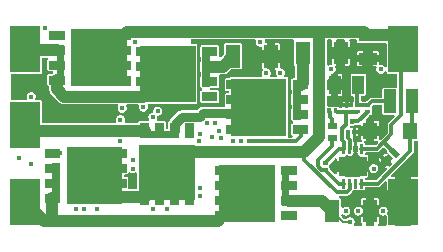
<source format=gbl>
G04 Layer: BottomLayer*
G04 EasyEDA v6.4.4, 2020-08-18T00:36:11--7:00*
G04 995102e80ca04af79c8c3c359321127d,ec5ec94f42e349aabe65ed7a530a4b72,10*
G04 Gerber Generator version 0.2*
G04 Scale: 100 percent, Rotated: No, Reflected: No *
G04 Dimensions in millimeters *
G04 leading zeros omitted , absolute positions ,3 integer and 3 decimal *
%FSLAX33Y33*%
%MOMM*%
G90*
G71D02*

%ADD11C,0.150012*%
%ADD12C,0.299999*%
%ADD14C,0.449986*%
%ADD15C,0.450037*%
%ADD37C,0.999998*%
%ADD38C,0.750011*%
%ADD39R,2.499995X3.999992*%

%LPD*%
G36*
G01X27363Y16045D02*
G01X27156Y16045D01*
G01X27141Y16044D01*
G01X27127Y16041D01*
G01X27113Y16036D01*
G01X27101Y16029D01*
G01X27089Y16020D01*
G01X27079Y16010D01*
G01X27070Y15998D01*
G01X27063Y15986D01*
G01X27058Y15972D01*
G01X27055Y15958D01*
G01X27054Y15943D01*
G01X27054Y13914D01*
G01X27055Y13900D01*
G01X27058Y13886D01*
G01X27063Y13872D01*
G01X27070Y13859D01*
G01X27079Y13848D01*
G01X27089Y13838D01*
G01X27101Y13829D01*
G01X27113Y13822D01*
G01X27127Y13817D01*
G01X27141Y13814D01*
G01X27156Y13813D01*
G01X27174Y13814D01*
G01X27191Y13819D01*
G01X27207Y13827D01*
G01X27235Y13842D01*
G01X27264Y13854D01*
G01X27294Y13864D01*
G01X27325Y13872D01*
G01X27357Y13877D01*
G01X27371Y13879D01*
G01X27385Y13884D01*
G01X27398Y13891D01*
G01X27410Y13900D01*
G01X27421Y13910D01*
G01X27430Y13922D01*
G01X27437Y13935D01*
G01X27443Y13948D01*
G01X27446Y13963D01*
G01X27447Y13978D01*
G01X27447Y14361D01*
G01X27836Y14361D01*
G01X27836Y13797D01*
G01X27820Y13795D01*
G01X27805Y13791D01*
G01X27791Y13785D01*
G01X27778Y13776D01*
G01X27766Y13766D01*
G01X27756Y13754D01*
G01X27748Y13741D01*
G01X27742Y13726D01*
G01X27739Y13711D01*
G01X27737Y13695D01*
G01X27740Y13674D01*
G01X27746Y13654D01*
G01X27758Y13624D01*
G01X27767Y13594D01*
G01X27774Y13563D01*
G01X27778Y13531D01*
G01X27779Y13500D01*
G01X27778Y13471D01*
G01X27775Y13443D01*
G01X27770Y13415D01*
G01X27762Y13388D01*
G01X27753Y13361D01*
G01X27741Y13335D01*
G01X27728Y13310D01*
G01X27713Y13286D01*
G01X27695Y13262D01*
G01X27676Y13239D01*
G01X27654Y13218D01*
G01X27632Y13199D01*
G01X27607Y13182D01*
G01X27582Y13167D01*
G01X27555Y13153D01*
G01X27527Y13142D01*
G01X27499Y13133D01*
G01X27470Y13127D01*
G01X27455Y13123D01*
G01X27441Y13116D01*
G01X27428Y13108D01*
G01X27416Y13097D01*
G01X27406Y13085D01*
G01X27398Y13072D01*
G01X27392Y13058D01*
G01X27388Y13042D01*
G01X27387Y13027D01*
G01X27387Y12650D01*
G01X27156Y12650D01*
G01X27141Y12649D01*
G01X27127Y12646D01*
G01X27113Y12641D01*
G01X27101Y12634D01*
G01X27089Y12625D01*
G01X27079Y12615D01*
G01X27070Y12603D01*
G01X27063Y12591D01*
G01X27058Y12577D01*
G01X27055Y12563D01*
G01X27054Y12549D01*
G01X27054Y11850D01*
G01X27055Y11835D01*
G01X27058Y11821D01*
G01X27063Y11808D01*
G01X27070Y11795D01*
G01X27079Y11783D01*
G01X27089Y11773D01*
G01X27101Y11764D01*
G01X27113Y11757D01*
G01X27127Y11752D01*
G01X27141Y11749D01*
G01X27156Y11748D01*
G01X27387Y11748D01*
G01X27387Y11271D01*
G01X27201Y11271D01*
G01X27174Y11274D01*
G01X27156Y11275D01*
G01X27141Y11274D01*
G01X27127Y11271D01*
G01X27113Y11266D01*
G01X27101Y11259D01*
G01X27089Y11251D01*
G01X27079Y11240D01*
G01X27070Y11229D01*
G01X27063Y11216D01*
G01X27058Y11203D01*
G01X27055Y11188D01*
G01X27054Y11174D01*
G01X27054Y10456D01*
G01X27055Y10441D01*
G01X27058Y10427D01*
G01X27063Y10413D01*
G01X27070Y10401D01*
G01X27079Y10389D01*
G01X27089Y10379D01*
G01X27101Y10370D01*
G01X27113Y10363D01*
G01X27127Y10358D01*
G01X27141Y10355D01*
G01X27156Y10354D01*
G01X27375Y10354D01*
G01X27394Y10353D01*
G01X27414Y10349D01*
G01X27432Y10343D01*
G01X27450Y10334D01*
G01X27466Y10327D01*
G01X27482Y10323D01*
G01X27499Y10321D01*
G01X27517Y10323D01*
G01X27533Y10327D01*
G01X27549Y10334D01*
G01X27567Y10343D01*
G01X27585Y10349D01*
G01X27605Y10353D01*
G01X27624Y10354D01*
G01X27924Y10354D01*
G01X27942Y10353D01*
G01X27960Y10350D01*
G01X27977Y10345D01*
G01X27993Y10338D01*
G01X28008Y10329D01*
G01X28023Y10319D01*
G01X28036Y10307D01*
G01X28047Y10293D01*
G01X28057Y10278D01*
G01X28066Y10266D01*
G01X28076Y10255D01*
G01X28088Y10246D01*
G01X28101Y10239D01*
G01X28115Y10233D01*
G01X28130Y10230D01*
G01X28145Y10229D01*
G01X28245Y10229D01*
G01X28260Y10230D01*
G01X28274Y10233D01*
G01X28288Y10238D01*
G01X28300Y10245D01*
G01X28312Y10254D01*
G01X28322Y10264D01*
G01X28331Y10276D01*
G01X28338Y10288D01*
G01X28343Y10302D01*
G01X28346Y10316D01*
G01X28347Y10330D01*
G01X28347Y10336D01*
G01X28536Y10336D01*
G01X28536Y10331D01*
G01X28537Y10316D01*
G01X28540Y10302D01*
G01X28545Y10289D01*
G01X28552Y10276D01*
G01X28561Y10264D01*
G01X28571Y10254D01*
G01X28583Y10245D01*
G01X28595Y10238D01*
G01X28609Y10233D01*
G01X28623Y10230D01*
G01X28638Y10229D01*
G01X28761Y10229D01*
G01X28776Y10230D01*
G01X28790Y10233D01*
G01X28804Y10238D01*
G01X28816Y10245D01*
G01X28828Y10254D01*
G01X28838Y10264D01*
G01X28847Y10276D01*
G01X28854Y10289D01*
G01X28859Y10302D01*
G01X28862Y10316D01*
G01X28863Y10331D01*
G01X28863Y10336D01*
G01X29143Y10336D01*
G01X29158Y10337D01*
G01X29172Y10340D01*
G01X29186Y10345D01*
G01X29198Y10352D01*
G01X29210Y10361D01*
G01X29220Y10371D01*
G01X29229Y10383D01*
G01X29236Y10395D01*
G01X29241Y10409D01*
G01X29244Y10423D01*
G01X29245Y10437D01*
G01X29245Y10511D01*
G01X29244Y10527D01*
G01X29240Y10542D01*
G01X29235Y10556D01*
G01X29227Y10569D01*
G01X29217Y10581D01*
G01X29206Y10592D01*
G01X29218Y10601D01*
G01X29229Y10613D01*
G01X29237Y10626D01*
G01X29244Y10640D01*
G01X29248Y10655D01*
G01X29254Y10677D01*
G01X29263Y10697D01*
G01X29275Y10716D01*
G01X29284Y10730D01*
G01X29290Y10745D01*
G01X29294Y10760D01*
G01X29295Y10777D01*
G01X29295Y11168D01*
G01X29294Y11184D01*
G01X29290Y11199D01*
G01X29284Y11213D01*
G01X29276Y11227D01*
G01X29266Y11239D01*
G01X29255Y11249D01*
G01X29241Y11258D01*
G01X29227Y11264D01*
G01X29212Y11268D01*
G01X29196Y11270D01*
G01X29178Y11271D01*
G01X29160Y11275D01*
G01X29143Y11281D01*
G01X29126Y11289D01*
G01X29111Y11298D01*
G01X29097Y11310D01*
G01X29084Y11323D01*
G01X29073Y11338D01*
G01X29063Y11353D01*
G01X29056Y11370D01*
G01X29051Y11388D01*
G01X29047Y11406D01*
G01X29046Y11424D01*
G01X29046Y12974D01*
G01X29047Y12993D01*
G01X29051Y13011D01*
G01X29056Y13029D01*
G01X29064Y13046D01*
G01X29074Y13062D01*
G01X29085Y13077D01*
G01X29098Y13090D01*
G01X29113Y13101D01*
G01X29129Y13111D01*
G01X29146Y13119D01*
G01X29164Y13124D01*
G01X29182Y13128D01*
G01X29201Y13129D01*
G01X30201Y13129D01*
G01X30219Y13128D01*
G01X30238Y13124D01*
G01X30256Y13119D01*
G01X30273Y13111D01*
G01X30289Y13101D01*
G01X30303Y13090D01*
G01X30316Y13077D01*
G01X30328Y13062D01*
G01X30338Y13046D01*
G01X30345Y13029D01*
G01X30351Y13011D01*
G01X30354Y12993D01*
G01X30355Y12974D01*
G01X30355Y11424D01*
G01X30354Y11405D01*
G01X30351Y11387D01*
G01X30345Y11369D01*
G01X30338Y11352D01*
G01X30328Y11336D01*
G01X30316Y11322D01*
G01X30303Y11308D01*
G01X30289Y11297D01*
G01X30273Y11287D01*
G01X30256Y11280D01*
G01X30238Y11274D01*
G01X30219Y11271D01*
G01X30201Y11270D01*
G01X30006Y11270D01*
G01X29991Y11269D01*
G01X29977Y11265D01*
G01X29964Y11260D01*
G01X29951Y11253D01*
G01X29939Y11245D01*
G01X29929Y11235D01*
G01X29920Y11223D01*
G01X29913Y11210D01*
G01X29908Y11197D01*
G01X29905Y11182D01*
G01X29904Y11168D01*
G01X29904Y10881D01*
G01X29905Y10866D01*
G01X29908Y10852D01*
G01X29913Y10838D01*
G01X29920Y10826D01*
G01X29929Y10814D01*
G01X29939Y10804D01*
G01X29951Y10795D01*
G01X29964Y10788D01*
G01X29977Y10783D01*
G01X29991Y10780D01*
G01X30006Y10779D01*
G01X30331Y10779D01*
G01X30347Y10780D01*
G01X30363Y10784D01*
G01X30377Y10790D01*
G01X30391Y10798D01*
G01X30403Y10809D01*
G01X30609Y11015D01*
G01X30629Y11033D01*
G01X30650Y11049D01*
G01X30672Y11063D01*
G01X30696Y11076D01*
G01X30720Y11086D01*
G01X30746Y11094D01*
G01X30772Y11099D01*
G01X30798Y11103D01*
G01X30825Y11104D01*
G01X31618Y11104D01*
G01X31633Y11105D01*
G01X31647Y11108D01*
G01X31661Y11113D01*
G01X31673Y11120D01*
G01X31685Y11129D01*
G01X31695Y11139D01*
G01X31704Y11151D01*
G01X31711Y11163D01*
G01X31716Y11177D01*
G01X31719Y11191D01*
G01X31720Y11206D01*
G01X31720Y11800D01*
G01X31721Y11818D01*
G01X31724Y11836D01*
G01X31730Y11854D01*
G01X31738Y11871D01*
G01X31747Y11887D01*
G01X31759Y11902D01*
G01X31772Y11915D01*
G01X31787Y11927D01*
G01X31803Y11936D01*
G01X31820Y11944D01*
G01X31838Y11950D01*
G01X31856Y11953D01*
G01X31875Y11954D01*
G01X32886Y11954D01*
G01X32893Y11953D01*
G01X32907Y11954D01*
G01X32921Y11957D01*
G01X32935Y11963D01*
G01X32948Y11970D01*
G01X32959Y11978D01*
G01X32970Y11988D01*
G01X32978Y12000D01*
G01X32985Y12013D01*
G01X32990Y12026D01*
G01X32993Y12041D01*
G01X32994Y12055D01*
G01X32994Y12993D01*
G01X32993Y13008D01*
G01X32990Y13022D01*
G01X32985Y13036D01*
G01X32978Y13048D01*
G01X32970Y13060D01*
G01X32959Y13070D01*
G01X32948Y13079D01*
G01X32935Y13086D01*
G01X32921Y13091D01*
G01X32907Y13094D01*
G01X32893Y13095D01*
G01X32249Y13095D01*
G01X32231Y13096D01*
G01X32212Y13100D01*
G01X32194Y13105D01*
G01X32177Y13113D01*
G01X32160Y13123D01*
G01X32146Y13135D01*
G01X32132Y13149D01*
G01X32121Y13164D01*
G01X32111Y13180D01*
G01X32104Y13198D01*
G01X32099Y13216D01*
G01X32096Y13235D01*
G01X32093Y13250D01*
G01X32088Y13264D01*
G01X32082Y13277D01*
G01X32073Y13289D01*
G01X32063Y13300D01*
G01X32051Y13309D01*
G01X32038Y13317D01*
G01X32024Y13322D01*
G01X32009Y13326D01*
G01X31995Y13327D01*
G01X31978Y13325D01*
G01X31962Y13321D01*
G01X31947Y13315D01*
G01X31934Y13306D01*
G01X31921Y13296D01*
G01X31911Y13283D01*
G01X31894Y13261D01*
G01X31876Y13239D01*
G01X31856Y13220D01*
G01X31834Y13201D01*
G01X31812Y13185D01*
G01X31788Y13170D01*
G01X31763Y13157D01*
G01X31737Y13146D01*
G01X31710Y13137D01*
G01X31683Y13129D01*
G01X31655Y13124D01*
G01X31628Y13121D01*
G01X31599Y13120D01*
G01X31571Y13121D01*
G01X31543Y13124D01*
G01X31515Y13130D01*
G01X31487Y13137D01*
G01X31461Y13146D01*
G01X31435Y13158D01*
G01X31410Y13171D01*
G01X31386Y13186D01*
G01X31363Y13203D01*
G01X31341Y13221D01*
G01X31321Y13241D01*
G01X31303Y13263D01*
G01X31286Y13286D01*
G01X31271Y13310D01*
G01X31257Y13335D01*
G01X31246Y13361D01*
G01X31237Y13388D01*
G01X31229Y13415D01*
G01X31224Y13443D01*
G01X31221Y13471D01*
G01X31220Y13500D01*
G01X31221Y13529D01*
G01X31224Y13558D01*
G01X31230Y13586D01*
G01X31238Y13615D01*
G01X31241Y13630D01*
G01X31242Y13645D01*
G01X31241Y13660D01*
G01X31238Y13674D01*
G01X31233Y13687D01*
G01X31226Y13700D01*
G01X31218Y13712D01*
G01X31207Y13722D01*
G01X31196Y13731D01*
G01X31183Y13738D01*
G01X31169Y13743D01*
G01X31155Y13746D01*
G01X31141Y13747D01*
G01X30950Y13747D01*
G01X30950Y14086D01*
G01X31427Y14086D01*
G01X31427Y13975D01*
G01X31428Y13961D01*
G01X31431Y13947D01*
G01X31436Y13933D01*
G01X31443Y13921D01*
G01X31452Y13909D01*
G01X31462Y13899D01*
G01X31473Y13890D01*
G01X31486Y13883D01*
G01X31500Y13878D01*
G01X31514Y13875D01*
G01X31528Y13874D01*
G01X31543Y13875D01*
G01X31571Y13878D01*
G01X31599Y13879D01*
G01X31627Y13878D01*
G01X31655Y13875D01*
G01X31683Y13870D01*
G01X31710Y13863D01*
G01X31736Y13854D01*
G01X31762Y13843D01*
G01X31787Y13830D01*
G01X31811Y13815D01*
G01X31833Y13798D01*
G01X31855Y13780D01*
G01X31875Y13761D01*
G01X31893Y13740D01*
G01X31910Y13717D01*
G01X31921Y13705D01*
G01X31933Y13694D01*
G01X31946Y13686D01*
G01X31961Y13679D01*
G01X31977Y13675D01*
G01X31993Y13674D01*
G01X32008Y13675D01*
G01X32022Y13678D01*
G01X32036Y13683D01*
G01X32048Y13690D01*
G01X32060Y13699D01*
G01X32070Y13709D01*
G01X32079Y13721D01*
G01X32086Y13734D01*
G01X32091Y13747D01*
G01X32094Y13761D01*
G01X32095Y13776D01*
G01X32095Y15643D01*
G01X32094Y15658D01*
G01X32091Y15672D01*
G01X32086Y15686D01*
G01X32079Y15698D01*
G01X32070Y15710D01*
G01X32060Y15720D01*
G01X32048Y15729D01*
G01X32036Y15736D01*
G01X32022Y15741D01*
G01X32008Y15744D01*
G01X31993Y15745D01*
G01X29724Y15745D01*
G01X29705Y15746D01*
G01X29687Y15749D01*
G01X29669Y15755D01*
G01X29652Y15763D01*
G01X29636Y15772D01*
G01X29622Y15784D01*
G01X29608Y15797D01*
G01X29597Y15812D01*
G01X29587Y15828D01*
G01X29580Y15845D01*
G01X29574Y15863D01*
G01X29571Y15881D01*
G01X29570Y15900D01*
G01X29570Y15943D01*
G01X29568Y15958D01*
G01X29565Y15972D01*
G01X29560Y15986D01*
G01X29553Y15998D01*
G01X29545Y16010D01*
G01X29534Y16020D01*
G01X29523Y16029D01*
G01X29510Y16036D01*
G01X29497Y16041D01*
G01X29482Y16044D01*
G01X29468Y16045D01*
G01X29036Y16045D01*
G01X29021Y16044D01*
G01X29007Y16041D01*
G01X28994Y16036D01*
G01X28981Y16029D01*
G01X28969Y16020D01*
G01X28959Y16010D01*
G01X28950Y15998D01*
G01X28943Y15986D01*
G01X28938Y15972D01*
G01X28935Y15958D01*
G01X28934Y15943D01*
G01X28936Y15924D01*
G01X28941Y15906D01*
G01X28947Y15888D01*
G01X28951Y15869D01*
G01X28952Y15850D01*
G01X28952Y15438D01*
G01X28563Y15438D01*
G01X28563Y15943D01*
G01X28562Y15958D01*
G01X28559Y15972D01*
G01X28554Y15986D01*
G01X28547Y15998D01*
G01X28538Y16010D01*
G01X28528Y16020D01*
G01X28516Y16029D01*
G01X28504Y16036D01*
G01X28490Y16041D01*
G01X28476Y16044D01*
G01X28461Y16045D01*
G01X27938Y16045D01*
G01X27923Y16044D01*
G01X27909Y16041D01*
G01X27895Y16036D01*
G01X27883Y16029D01*
G01X27871Y16020D01*
G01X27861Y16010D01*
G01X27852Y15998D01*
G01X27845Y15986D01*
G01X27840Y15972D01*
G01X27837Y15958D01*
G01X27836Y15943D01*
G01X27836Y15438D01*
G01X27447Y15438D01*
G01X27447Y15850D01*
G01X27448Y15869D01*
G01X27452Y15888D01*
G01X27458Y15906D01*
G01X27463Y15924D01*
G01X27465Y15943D01*
G01X27464Y15958D01*
G01X27461Y15972D01*
G01X27456Y15986D01*
G01X27449Y15998D01*
G01X27440Y16010D01*
G01X27430Y16020D01*
G01X27418Y16029D01*
G01X27405Y16036D01*
G01X27392Y16041D01*
G01X27378Y16044D01*
G01X27363Y16045D01*
G37*

%LPC*%
G36*
G01X28952Y14361D02*
G01X28563Y14361D01*
G01X28563Y13797D01*
G01X28799Y13797D01*
G01X28818Y13798D01*
G01X28836Y13801D01*
G01X28854Y13807D01*
G01X28870Y13814D01*
G01X28886Y13824D01*
G01X28901Y13835D01*
G01X28914Y13848D01*
G01X28925Y13863D01*
G01X28935Y13879D01*
G01X28942Y13895D01*
G01X28948Y13913D01*
G01X28951Y13931D01*
G01X28952Y13950D01*
G01X28952Y14361D01*
G37*
G36*
G01X30048Y15052D02*
G01X29724Y15052D01*
G01X29706Y15051D01*
G01X29688Y15048D01*
G01X29670Y15042D01*
G01X29653Y15035D01*
G01X29637Y15025D01*
G01X29623Y15014D01*
G01X29610Y15001D01*
G01X29598Y14986D01*
G01X29589Y14970D01*
G01X29581Y14954D01*
G01X29576Y14936D01*
G01X29573Y14918D01*
G01X29571Y14900D01*
G01X29571Y14713D01*
G01X30048Y14713D01*
G01X30048Y15052D01*
G37*
G36*
G01X31274Y15052D02*
G01X30950Y15052D01*
G01X30950Y14713D01*
G01X31427Y14713D01*
G01X31427Y14900D01*
G01X31426Y14918D01*
G01X31422Y14936D01*
G01X31417Y14954D01*
G01X31409Y14970D01*
G01X31400Y14986D01*
G01X31388Y15001D01*
G01X31375Y15014D01*
G01X31361Y15025D01*
G01X31345Y15035D01*
G01X31328Y15042D01*
G01X31311Y15048D01*
G01X31292Y15051D01*
G01X31274Y15052D01*
G37*
G36*
G01X30048Y14086D02*
G01X29571Y14086D01*
G01X29571Y13900D01*
G01X29573Y13881D01*
G01X29576Y13863D01*
G01X29581Y13845D01*
G01X29589Y13829D01*
G01X29598Y13813D01*
G01X29610Y13798D01*
G01X29623Y13785D01*
G01X29637Y13774D01*
G01X29653Y13764D01*
G01X29670Y13757D01*
G01X29688Y13751D01*
G01X29706Y13748D01*
G01X29724Y13747D01*
G01X30048Y13747D01*
G01X30048Y14086D01*
G37*
G36*
G01X28201Y13127D02*
G01X28014Y13127D01*
G01X28014Y12650D01*
G01X28353Y12650D01*
G01X28353Y12974D01*
G01X28352Y12993D01*
G01X28349Y13011D01*
G01X28343Y13028D01*
G01X28336Y13045D01*
G01X28326Y13061D01*
G01X28315Y13075D01*
G01X28302Y13088D01*
G01X28287Y13100D01*
G01X28272Y13109D01*
G01X28255Y13117D01*
G01X28237Y13122D01*
G01X28219Y13126D01*
G01X28201Y13127D01*
G37*
G36*
G01X28353Y11748D02*
G01X28014Y11748D01*
G01X28014Y11271D01*
G01X28201Y11271D01*
G01X28219Y11273D01*
G01X28237Y11276D01*
G01X28255Y11281D01*
G01X28272Y11289D01*
G01X28287Y11298D01*
G01X28302Y11310D01*
G01X28315Y11323D01*
G01X28326Y11337D01*
G01X28336Y11353D01*
G01X28343Y11370D01*
G01X28349Y11388D01*
G01X28352Y11406D01*
G01X28353Y11424D01*
G01X28353Y11748D01*
G37*
G36*
G01X28900Y10777D02*
G01X28863Y10777D01*
G01X28863Y10613D01*
G01X29069Y10613D01*
G01X29060Y10626D01*
G01X29053Y10640D01*
G01X29049Y10655D01*
G01X29044Y10673D01*
G01X29037Y10691D01*
G01X29028Y10708D01*
G01X29016Y10723D01*
G01X29003Y10736D01*
G01X28988Y10748D01*
G01X28972Y10759D01*
G01X28955Y10767D01*
G01X28937Y10772D01*
G01X28918Y10776D01*
G01X28900Y10777D01*
G37*
G36*
G01X28536Y10777D02*
G01X28500Y10777D01*
G01X28481Y10776D01*
G01X28463Y10773D01*
G01X28445Y10767D01*
G01X28429Y10760D01*
G01X28413Y10750D01*
G01X28398Y10739D01*
G01X28385Y10726D01*
G01X28374Y10711D01*
G01X28364Y10695D01*
G01X28357Y10679D01*
G01X28351Y10661D01*
G01X28348Y10643D01*
G01X28347Y10624D01*
G01X28347Y10613D01*
G01X28536Y10613D01*
G01X28536Y10777D01*
G37*

%LPD*%
G36*
G01X20940Y16045D02*
G01X15601Y16045D01*
G01X15587Y16044D01*
G01X15572Y16041D01*
G01X15559Y16036D01*
G01X15546Y16029D01*
G01X15535Y16020D01*
G01X15524Y16010D01*
G01X15516Y15998D01*
G01X15509Y15986D01*
G01X15504Y15972D01*
G01X15501Y15958D01*
G01X15499Y15943D01*
G01X15499Y15756D01*
G01X15501Y15741D01*
G01X15504Y15727D01*
G01X15509Y15714D01*
G01X15516Y15701D01*
G01X15524Y15689D01*
G01X15535Y15679D01*
G01X15546Y15670D01*
G01X15572Y15658D01*
G01X15587Y15655D01*
G01X15601Y15654D01*
G01X15912Y15654D01*
G01X15931Y15653D01*
G01X15949Y15650D01*
G01X15967Y15644D01*
G01X15984Y15637D01*
G01X16000Y15627D01*
G01X16015Y15615D01*
G01X16028Y15602D01*
G01X16040Y15588D01*
G01X16049Y15572D01*
G01X16057Y15555D01*
G01X16062Y15537D01*
G01X16066Y15518D01*
G01X16067Y15500D01*
G01X16067Y10699D01*
G01X16066Y10681D01*
G01X16062Y10662D01*
G01X16057Y10644D01*
G01X16049Y10627D01*
G01X16040Y10611D01*
G01X16028Y10597D01*
G01X16015Y10584D01*
G01X16000Y10572D01*
G01X15984Y10562D01*
G01X15967Y10555D01*
G01X15949Y10549D01*
G01X15931Y10546D01*
G01X15912Y10545D01*
G01X11959Y10545D01*
G01X11944Y10544D01*
G01X11930Y10541D01*
G01X11904Y10529D01*
G01X11892Y10520D01*
G01X11882Y10510D01*
G01X11873Y10498D01*
G01X11866Y10485D01*
G01X11861Y10472D01*
G01X11858Y10458D01*
G01X11857Y10443D01*
G01X11858Y10428D01*
G01X11862Y10413D01*
G01X11869Y10385D01*
G01X11875Y10357D01*
G01X11878Y10328D01*
G01X11879Y10299D01*
G01X11878Y10271D01*
G01X11875Y10243D01*
G01X11870Y10215D01*
G01X11862Y10188D01*
G01X11853Y10161D01*
G01X11842Y10135D01*
G01X11828Y10110D01*
G01X11813Y10086D01*
G01X11796Y10063D01*
G01X11778Y10041D01*
G01X11758Y10021D01*
G01X11736Y10003D01*
G01X11713Y9986D01*
G01X11689Y9971D01*
G01X11664Y9958D01*
G01X11638Y9946D01*
G01X11611Y9937D01*
G01X11584Y9929D01*
G01X11556Y9924D01*
G01X11528Y9921D01*
G01X11500Y9920D01*
G01X11471Y9921D01*
G01X11443Y9924D01*
G01X11415Y9929D01*
G01X11388Y9937D01*
G01X11361Y9946D01*
G01X11335Y9958D01*
G01X11310Y9971D01*
G01X11286Y9986D01*
G01X11263Y10003D01*
G01X11241Y10021D01*
G01X11221Y10041D01*
G01X11203Y10063D01*
G01X11186Y10086D01*
G01X11171Y10110D01*
G01X11158Y10135D01*
G01X11146Y10161D01*
G01X11137Y10188D01*
G01X11130Y10215D01*
G01X11124Y10243D01*
G01X11121Y10271D01*
G01X11120Y10299D01*
G01X11121Y10327D01*
G01X11124Y10355D01*
G01X11129Y10382D01*
G01X11136Y10409D01*
G01X11139Y10424D01*
G01X11141Y10438D01*
G01X11140Y10453D01*
G01X11136Y10467D01*
G01X11131Y10481D01*
G01X11124Y10493D01*
G01X11116Y10505D01*
G01X11105Y10515D01*
G01X11094Y10524D01*
G01X11081Y10531D01*
G01X11068Y10536D01*
G01X11053Y10539D01*
G01X11039Y10540D01*
G01X10117Y10540D01*
G01X10103Y10539D01*
G01X10088Y10536D01*
G01X10075Y10531D01*
G01X10062Y10524D01*
G01X10051Y10515D01*
G01X10040Y10505D01*
G01X10032Y10493D01*
G01X10025Y10481D01*
G01X10020Y10467D01*
G01X10017Y10453D01*
G01X10016Y10438D01*
G01X10017Y10421D01*
G01X10022Y10404D01*
G01X10029Y10388D01*
G01X10042Y10363D01*
G01X10053Y10337D01*
G01X10062Y10310D01*
G01X10070Y10283D01*
G01X10075Y10256D01*
G01X10078Y10228D01*
G01X10079Y10199D01*
G01X10078Y10171D01*
G01X10075Y10143D01*
G01X10070Y10115D01*
G01X10062Y10088D01*
G01X10053Y10061D01*
G01X10041Y10035D01*
G01X10028Y10010D01*
G01X10013Y9986D01*
G01X9996Y9963D01*
G01X9978Y9941D01*
G01X9958Y9921D01*
G01X9936Y9903D01*
G01X9913Y9886D01*
G01X9889Y9871D01*
G01X9864Y9857D01*
G01X9838Y9846D01*
G01X9811Y9837D01*
G01X9784Y9829D01*
G01X9756Y9824D01*
G01X9728Y9821D01*
G01X9700Y9820D01*
G01X9652Y9823D01*
G01X9640Y9824D01*
G01X9628Y9827D01*
G01X9600Y9833D01*
G01X9572Y9842D01*
G01X9545Y9853D01*
G01X9519Y9866D01*
G01X9494Y9880D01*
G01X9470Y9897D01*
G01X9447Y9916D01*
G01X9426Y9936D01*
G01X9407Y9958D01*
G01X9389Y9981D01*
G01X9373Y10005D01*
G01X9360Y10031D01*
G01X9348Y10057D01*
G01X9338Y10085D01*
G01X9330Y10113D01*
G01X9324Y10141D01*
G01X9321Y10170D01*
G01X9320Y10199D01*
G01X9321Y10228D01*
G01X9324Y10256D01*
G01X9329Y10283D01*
G01X9337Y10310D01*
G01X9346Y10337D01*
G01X9357Y10363D01*
G01X9370Y10388D01*
G01X9377Y10404D01*
G01X9382Y10421D01*
G01X9384Y10438D01*
G01X9382Y10453D01*
G01X9379Y10467D01*
G01X9374Y10481D01*
G01X9367Y10493D01*
G01X9359Y10505D01*
G01X9348Y10515D01*
G01X9337Y10524D01*
G01X9324Y10531D01*
G01X9311Y10536D01*
G01X9296Y10539D01*
G01X9282Y10540D01*
G01X4805Y10540D01*
G01X4768Y10541D01*
G01X4731Y10544D01*
G01X4695Y10549D01*
G01X4659Y10556D01*
G01X4623Y10565D01*
G01X4588Y10577D01*
G01X4554Y10590D01*
G01X4521Y10605D01*
G01X4488Y10622D01*
G01X4456Y10640D01*
G01X4426Y10661D01*
G01X4396Y10683D01*
G01X4368Y10706D01*
G01X4342Y10732D01*
G01X3717Y11356D01*
G01X3692Y11383D01*
G01X3668Y11411D01*
G01X3646Y11440D01*
G01X3626Y11471D01*
G01X3607Y11502D01*
G01X3590Y11535D01*
G01X3575Y11568D01*
G01X3562Y11603D01*
G01X3551Y11638D01*
G01X3542Y11673D01*
G01X3535Y11709D01*
G01X3530Y11746D01*
G01X3527Y11782D01*
G01X3526Y11819D01*
G01X3526Y11987D01*
G01X3524Y12001D01*
G01X3521Y12015D01*
G01X3516Y12029D01*
G01X3509Y12042D01*
G01X3501Y12053D01*
G01X3490Y12064D01*
G01X3479Y12072D01*
G01X3466Y12079D01*
G01X3449Y12088D01*
G01X3433Y12100D01*
G01X3418Y12113D01*
G01X3406Y12128D01*
G01X3395Y12145D01*
G01X3386Y12162D01*
G01X3380Y12181D01*
G01X3377Y12200D01*
G01X3375Y12220D01*
G01X3375Y12969D01*
G01X3376Y12988D01*
G01X3380Y13006D01*
G01X3385Y13024D01*
G01X3393Y13041D01*
G01X3403Y13057D01*
G01X3414Y13072D01*
G01X3427Y13085D01*
G01X3442Y13096D01*
G01X3458Y13106D01*
G01X3475Y13114D01*
G01X3493Y13119D01*
G01X3511Y13123D01*
G01X3530Y13124D01*
G01X3763Y13124D01*
G01X3778Y13125D01*
G01X3792Y13128D01*
G01X3806Y13133D01*
G01X3819Y13141D01*
G01X3830Y13148D01*
G01X3842Y13156D01*
G01X3853Y13167D01*
G01X3861Y13178D01*
G01X3868Y13191D01*
G01X3874Y13205D01*
G01X3877Y13219D01*
G01X3878Y13234D01*
G01X3877Y13248D01*
G01X3874Y13262D01*
G01X3869Y13276D01*
G01X3862Y13289D01*
G01X3853Y13300D01*
G01X3843Y13310D01*
G01X3831Y13319D01*
G01X3818Y13326D01*
G01X3805Y13331D01*
G01X3791Y13334D01*
G01X3776Y13335D01*
G01X3530Y13335D01*
G01X3511Y13336D01*
G01X3493Y13340D01*
G01X3475Y13345D01*
G01X3458Y13353D01*
G01X3442Y13363D01*
G01X3427Y13374D01*
G01X3414Y13387D01*
G01X3403Y13402D01*
G01X3393Y13418D01*
G01X3385Y13435D01*
G01X3380Y13453D01*
G01X3376Y13471D01*
G01X3375Y13490D01*
G01X3375Y14239D01*
G01X3376Y14257D01*
G01X3379Y14274D01*
G01X3384Y14291D01*
G01X3391Y14308D01*
G01X3400Y14323D01*
G01X3407Y14336D01*
G01X3412Y14350D01*
G01X3415Y14364D01*
G01X3417Y14378D01*
G01X3415Y14393D01*
G01X3412Y14407D01*
G01X3407Y14421D01*
G01X3400Y14433D01*
G01X3392Y14445D01*
G01X3381Y14455D01*
G01X3370Y14464D01*
G01X3357Y14471D01*
G01X3344Y14476D01*
G01X3329Y14479D01*
G01X3315Y14480D01*
G01X3006Y14480D01*
G01X2991Y14479D01*
G01X2977Y14476D01*
G01X2963Y14471D01*
G01X2951Y14464D01*
G01X2939Y14455D01*
G01X2929Y14445D01*
G01X2920Y14433D01*
G01X2913Y14421D01*
G01X2908Y14407D01*
G01X2905Y14393D01*
G01X2904Y14378D01*
G01X2904Y13250D01*
G01X2903Y13231D01*
G01X2900Y13213D01*
G01X2894Y13195D01*
G01X2886Y13178D01*
G01X2877Y13162D01*
G01X2865Y13147D01*
G01X2852Y13134D01*
G01X2837Y13122D01*
G01X2821Y13113D01*
G01X2804Y13105D01*
G01X2786Y13099D01*
G01X2768Y13096D01*
G01X2750Y13095D01*
G01X358Y13095D01*
G01X343Y13094D01*
G01X329Y13091D01*
G01X315Y13086D01*
G01X303Y13079D01*
G01X291Y13070D01*
G01X281Y13060D01*
G01X272Y13048D01*
G01X265Y13036D01*
G01X260Y13022D01*
G01X257Y13008D01*
G01X256Y12993D01*
G01X256Y11006D01*
G01X257Y10991D01*
G01X260Y10977D01*
G01X265Y10963D01*
G01X272Y10951D01*
G01X281Y10939D01*
G01X291Y10929D01*
G01X303Y10920D01*
G01X315Y10913D01*
G01X329Y10908D01*
G01X343Y10905D01*
G01X358Y10904D01*
G01X1559Y10904D01*
G01X1574Y10905D01*
G01X1588Y10908D01*
G01X1601Y10913D01*
G01X1614Y10920D01*
G01X1626Y10929D01*
G01X1636Y10939D01*
G01X1645Y10951D01*
G01X1652Y10963D01*
G01X1657Y10977D01*
G01X1660Y10991D01*
G01X1661Y11006D01*
G01X1659Y11027D01*
G01X1652Y11047D01*
G01X1641Y11076D01*
G01X1632Y11106D01*
G01X1625Y11137D01*
G01X1621Y11168D01*
G01X1620Y11199D01*
G01X1621Y11228D01*
G01X1624Y11256D01*
G01X1629Y11284D01*
G01X1637Y11311D01*
G01X1646Y11338D01*
G01X1658Y11364D01*
G01X1671Y11389D01*
G01X1686Y11413D01*
G01X1703Y11436D01*
G01X1721Y11458D01*
G01X1741Y11478D01*
G01X1763Y11496D01*
G01X1786Y11513D01*
G01X1810Y11528D01*
G01X1835Y11541D01*
G01X1861Y11553D01*
G01X1888Y11562D01*
G01X1915Y11569D01*
G01X1943Y11575D01*
G01X1971Y11578D01*
G01X1999Y11579D01*
G01X2028Y11578D01*
G01X2056Y11575D01*
G01X2084Y11569D01*
G01X2111Y11562D01*
G01X2138Y11553D01*
G01X2164Y11541D01*
G01X2189Y11528D01*
G01X2213Y11513D01*
G01X2236Y11496D01*
G01X2258Y11478D01*
G01X2278Y11458D01*
G01X2296Y11436D01*
G01X2313Y11413D01*
G01X2328Y11389D01*
G01X2341Y11364D01*
G01X2353Y11338D01*
G01X2362Y11311D01*
G01X2369Y11284D01*
G01X2375Y11256D01*
G01X2378Y11228D01*
G01X2379Y11199D01*
G01X2378Y11168D01*
G01X2374Y11137D01*
G01X2367Y11106D01*
G01X2358Y11076D01*
G01X2347Y11047D01*
G01X2340Y11027D01*
G01X2338Y11006D01*
G01X2339Y10991D01*
G01X2342Y10977D01*
G01X2347Y10963D01*
G01X2354Y10951D01*
G01X2363Y10939D01*
G01X2373Y10929D01*
G01X2385Y10920D01*
G01X2398Y10913D01*
G01X2411Y10908D01*
G01X2425Y10905D01*
G01X2440Y10904D01*
G01X2750Y10904D01*
G01X2768Y10903D01*
G01X2786Y10900D01*
G01X2804Y10894D01*
G01X2821Y10886D01*
G01X2837Y10877D01*
G01X2852Y10865D01*
G01X2865Y10852D01*
G01X2877Y10837D01*
G01X2886Y10821D01*
G01X2894Y10804D01*
G01X2900Y10786D01*
G01X2903Y10768D01*
G01X2904Y10749D01*
G01X2904Y9075D01*
G01X2905Y9061D01*
G01X2908Y9046D01*
G01X2913Y9033D01*
G01X2920Y9020D01*
G01X2929Y9009D01*
G01X2939Y8998D01*
G01X2951Y8990D01*
G01X2963Y8983D01*
G01X2977Y8978D01*
G01X2991Y8975D01*
G01X3006Y8973D01*
G01X9101Y8973D01*
G01X9115Y8975D01*
G01X9130Y8978D01*
G01X9143Y8983D01*
G01X9156Y8990D01*
G01X9168Y8998D01*
G01X9178Y9009D01*
G01X9186Y9020D01*
G01X9193Y9033D01*
G01X9198Y9046D01*
G01X9202Y9061D01*
G01X9203Y9075D01*
G01X9201Y9094D01*
G01X9196Y9112D01*
G01X9186Y9138D01*
G01X9179Y9166D01*
G01X9174Y9193D01*
G01X9171Y9221D01*
G01X9170Y9249D01*
G01X9171Y9278D01*
G01X9174Y9306D01*
G01X9179Y9334D01*
G01X9187Y9361D01*
G01X9196Y9388D01*
G01X9207Y9414D01*
G01X9221Y9439D01*
G01X9236Y9463D01*
G01X9253Y9486D01*
G01X9271Y9508D01*
G01X9291Y9528D01*
G01X9313Y9546D01*
G01X9336Y9563D01*
G01X9360Y9578D01*
G01X9385Y9591D01*
G01X9411Y9603D01*
G01X9438Y9612D01*
G01X9465Y9619D01*
G01X9493Y9625D01*
G01X9521Y9628D01*
G01X9549Y9629D01*
G01X9596Y9626D01*
G01X9609Y9625D01*
G01X9621Y9622D01*
G01X9649Y9616D01*
G01X9677Y9607D01*
G01X9704Y9596D01*
G01X9730Y9583D01*
G01X9755Y9568D01*
G01X9779Y9552D01*
G01X9801Y9533D01*
G01X9822Y9513D01*
G01X9842Y9491D01*
G01X9860Y9468D01*
G01X9875Y9444D01*
G01X9889Y9418D01*
G01X9901Y9392D01*
G01X9911Y9364D01*
G01X9919Y9336D01*
G01X9924Y9307D01*
G01X9928Y9279D01*
G01X9929Y9249D01*
G01X9928Y9221D01*
G01X9925Y9193D01*
G01X9920Y9166D01*
G01X9912Y9138D01*
G01X9903Y9112D01*
G01X9898Y9094D01*
G01X9896Y9075D01*
G01X9897Y9061D01*
G01X9900Y9046D01*
G01X9905Y9033D01*
G01X9912Y9020D01*
G01X9921Y9009D01*
G01X9931Y8998D01*
G01X9943Y8990D01*
G01X9956Y8983D01*
G01X9969Y8978D01*
G01X9983Y8975D01*
G01X9998Y8973D01*
G01X10987Y8973D01*
G01X11001Y8975D01*
G01X11015Y8978D01*
G01X11029Y8983D01*
G01X11042Y8990D01*
G01X11053Y8998D01*
G01X11064Y9009D01*
G01X11072Y9020D01*
G01X11079Y9033D01*
G01X11088Y9050D01*
G01X11100Y9066D01*
G01X11113Y9081D01*
G01X11128Y9093D01*
G01X11145Y9104D01*
G01X11162Y9113D01*
G01X11181Y9119D01*
G01X11200Y9122D01*
G01X11220Y9124D01*
G01X11874Y9124D01*
G01X11888Y9125D01*
G01X11902Y9128D01*
G01X11916Y9133D01*
G01X11929Y9140D01*
G01X11940Y9148D01*
G01X11951Y9159D01*
G01X11959Y9170D01*
G01X11966Y9183D01*
G01X11971Y9197D01*
G01X11974Y9211D01*
G01X11975Y9225D01*
G01X11974Y9242D01*
G01X11970Y9258D01*
G01X11964Y9273D01*
G01X11951Y9300D01*
G01X11940Y9329D01*
G01X11931Y9358D01*
G01X11925Y9388D01*
G01X11921Y9419D01*
G01X11920Y9450D01*
G01X11921Y9478D01*
G01X11924Y9505D01*
G01X11929Y9533D01*
G01X11936Y9560D01*
G01X11946Y9587D01*
G01X11957Y9612D01*
G01X11970Y9637D01*
G01X11984Y9661D01*
G01X12001Y9684D01*
G01X12019Y9705D01*
G01X12038Y9725D01*
G01X12059Y9744D01*
G01X12105Y9776D01*
G01X12130Y9789D01*
G01X12155Y9801D01*
G01X12182Y9810D01*
G01X12209Y9818D01*
G01X12236Y9824D01*
G01X12251Y9828D01*
G01X12266Y9834D01*
G01X12279Y9842D01*
G01X12291Y9853D01*
G01X12302Y9865D01*
G01X12310Y9878D01*
G01X12316Y9893D01*
G01X12319Y9908D01*
G01X12321Y9924D01*
G01X12321Y9929D01*
G01X12320Y9949D01*
G01X12321Y9978D01*
G01X12324Y10006D01*
G01X12329Y10034D01*
G01X12337Y10061D01*
G01X12346Y10088D01*
G01X12358Y10114D01*
G01X12371Y10139D01*
G01X12386Y10163D01*
G01X12403Y10186D01*
G01X12421Y10208D01*
G01X12441Y10228D01*
G01X12463Y10246D01*
G01X12486Y10263D01*
G01X12510Y10278D01*
G01X12535Y10291D01*
G01X12561Y10303D01*
G01X12588Y10312D01*
G01X12615Y10319D01*
G01X12643Y10325D01*
G01X12671Y10328D01*
G01X12700Y10329D01*
G01X12728Y10328D01*
G01X12756Y10325D01*
G01X12784Y10319D01*
G01X12811Y10312D01*
G01X12838Y10303D01*
G01X12864Y10291D01*
G01X12889Y10278D01*
G01X12913Y10263D01*
G01X12936Y10246D01*
G01X12958Y10228D01*
G01X12978Y10208D01*
G01X12996Y10186D01*
G01X13013Y10163D01*
G01X13028Y10139D01*
G01X13041Y10114D01*
G01X13053Y10088D01*
G01X13062Y10061D01*
G01X13070Y10034D01*
G01X13075Y10006D01*
G01X13078Y9978D01*
G01X13079Y9949D01*
G01X13078Y9921D01*
G01X13075Y9894D01*
G01X13070Y9866D01*
G01X13063Y9839D01*
G01X13053Y9812D01*
G01X13042Y9787D01*
G01X13029Y9762D01*
G01X13015Y9738D01*
G01X12998Y9715D01*
G01X12980Y9694D01*
G01X12961Y9674D01*
G01X12940Y9655D01*
G01X12894Y9623D01*
G01X12869Y9610D01*
G01X12844Y9598D01*
G01X12817Y9589D01*
G01X12790Y9581D01*
G01X12763Y9575D01*
G01X12748Y9571D01*
G01X12733Y9565D01*
G01X12720Y9557D01*
G01X12708Y9546D01*
G01X12697Y9534D01*
G01X12689Y9521D01*
G01X12683Y9506D01*
G01X12680Y9491D01*
G01X12678Y9475D01*
G01X12678Y9470D01*
G01X12679Y9450D01*
G01X12678Y9419D01*
G01X12674Y9388D01*
G01X12668Y9358D01*
G01X12659Y9329D01*
G01X12648Y9300D01*
G01X12635Y9273D01*
G01X12629Y9258D01*
G01X12625Y9242D01*
G01X12624Y9225D01*
G01X12625Y9211D01*
G01X12628Y9197D01*
G01X12633Y9183D01*
G01X12640Y9170D01*
G01X12648Y9159D01*
G01X12659Y9148D01*
G01X12670Y9140D01*
G01X12683Y9133D01*
G01X12696Y9128D01*
G01X12711Y9125D01*
G01X12725Y9124D01*
G01X13239Y9124D01*
G01X13258Y9123D01*
G01X13276Y9119D01*
G01X13294Y9114D01*
G01X13311Y9106D01*
G01X13327Y9096D01*
G01X13342Y9085D01*
G01X13355Y9072D01*
G01X13366Y9057D01*
G01X13376Y9041D01*
G01X13384Y9024D01*
G01X13389Y9006D01*
G01X13393Y8988D01*
G01X13394Y8969D01*
G01X13394Y8556D01*
G01X13395Y8541D01*
G01X13398Y8527D01*
G01X13403Y8513D01*
G01X13410Y8501D01*
G01X13418Y8489D01*
G01X13429Y8479D01*
G01X13440Y8470D01*
G01X13453Y8463D01*
G01X13467Y8458D01*
G01X13481Y8455D01*
G01X13495Y8454D01*
G01X13503Y8454D01*
G01X13518Y8455D01*
G01X13532Y8458D01*
G01X13546Y8463D01*
G01X13558Y8470D01*
G01X13570Y8479D01*
G01X13580Y8489D01*
G01X13589Y8501D01*
G01X13596Y8513D01*
G01X13601Y8527D01*
G01X13604Y8541D01*
G01X13605Y8556D01*
G01X13605Y8969D01*
G01X13607Y8991D01*
G01X13611Y9012D01*
G01X13619Y9033D01*
G01X13630Y9052D01*
G01X13639Y9071D01*
G01X13653Y9106D01*
G01X13670Y9139D01*
G01X13690Y9172D01*
G01X13711Y9202D01*
G01X13735Y9232D01*
G01X13760Y9259D01*
G01X14375Y9874D01*
G01X14400Y9898D01*
G01X14427Y9920D01*
G01X14455Y9940D01*
G01X14485Y9958D01*
G01X14515Y9974D01*
G01X14547Y9989D01*
G01X14579Y10001D01*
G01X14612Y10011D01*
G01X14646Y10019D01*
G01X14680Y10024D01*
G01X14715Y10028D01*
G01X14749Y10029D01*
G01X15988Y10029D01*
G01X16004Y10030D01*
G01X16019Y10034D01*
G01X16034Y10040D01*
G01X16048Y10048D01*
G01X16060Y10059D01*
G01X16175Y10174D01*
G01X16200Y10198D01*
G01X16227Y10220D01*
G01X16255Y10240D01*
G01X16285Y10258D01*
G01X16315Y10274D01*
G01X16347Y10289D01*
G01X16379Y10301D01*
G01X16412Y10311D01*
G01X16446Y10319D01*
G01X16480Y10324D01*
G01X16515Y10328D01*
G01X16549Y10329D01*
G01X18309Y10329D01*
G01X18323Y10330D01*
G01X18337Y10333D01*
G01X18351Y10338D01*
G01X18364Y10345D01*
G01X18375Y10354D01*
G01X18386Y10364D01*
G01X18394Y10376D01*
G01X18401Y10388D01*
G01X18406Y10402D01*
G01X18409Y10416D01*
G01X18410Y10431D01*
G01X18409Y10448D01*
G01X18404Y10466D01*
G01X18387Y10500D01*
G01X18381Y10519D01*
G01X18377Y10539D01*
G01X18375Y10560D01*
G01X18375Y11309D01*
G01X18376Y11328D01*
G01X18380Y11346D01*
G01X18385Y11364D01*
G01X18393Y11381D01*
G01X18403Y11397D01*
G01X18414Y11412D01*
G01X18427Y11425D01*
G01X18442Y11436D01*
G01X18458Y11446D01*
G01X18475Y11454D01*
G01X18493Y11459D01*
G01X18511Y11463D01*
G01X18530Y11464D01*
G01X18657Y11464D01*
G01X18672Y11465D01*
G01X18686Y11468D01*
G01X18699Y11473D01*
G01X18712Y11480D01*
G01X18724Y11489D01*
G01X18734Y11499D01*
G01X18743Y11510D01*
G01X18750Y11523D01*
G01X18755Y11537D01*
G01X18758Y11551D01*
G01X18759Y11565D01*
G01X18759Y11574D01*
G01X18758Y11588D01*
G01X18755Y11602D01*
G01X18750Y11616D01*
G01X18743Y11629D01*
G01X18734Y11640D01*
G01X18724Y11651D01*
G01X18712Y11659D01*
G01X18699Y11666D01*
G01X18686Y11671D01*
G01X18672Y11674D01*
G01X18657Y11675D01*
G01X18530Y11675D01*
G01X18511Y11676D01*
G01X18493Y11680D01*
G01X18475Y11685D01*
G01X18458Y11693D01*
G01X18442Y11703D01*
G01X18427Y11714D01*
G01X18414Y11727D01*
G01X18403Y11742D01*
G01X18393Y11758D01*
G01X18385Y11775D01*
G01X18380Y11793D01*
G01X18376Y11811D01*
G01X18375Y11830D01*
G01X18375Y12579D01*
G01X18376Y12598D01*
G01X18380Y12616D01*
G01X18385Y12634D01*
G01X18393Y12651D01*
G01X18403Y12667D01*
G01X18414Y12682D01*
G01X18427Y12695D01*
G01X18442Y12706D01*
G01X18458Y12716D01*
G01X18475Y12724D01*
G01X18493Y12729D01*
G01X18511Y12733D01*
G01X18530Y12734D01*
G01X18696Y12734D01*
G01X18711Y12735D01*
G01X18725Y12738D01*
G01X18739Y12743D01*
G01X18752Y12750D01*
G01X18763Y12759D01*
G01X18774Y12770D01*
G01X18782Y12782D01*
G01X18794Y12797D01*
G01X18807Y12812D01*
G01X18822Y12824D01*
G01X18838Y12835D01*
G01X18856Y12843D01*
G01X18875Y12849D01*
G01X18894Y12853D01*
G01X18913Y12854D01*
G01X21485Y12854D01*
G01X21499Y12855D01*
G01X21513Y12858D01*
G01X21527Y12864D01*
G01X21540Y12870D01*
G01X21551Y12879D01*
G01X21561Y12889D01*
G01X21570Y12901D01*
G01X21577Y12914D01*
G01X21582Y12927D01*
G01X21585Y12941D01*
G01X21586Y12956D01*
G01X21585Y12974D01*
G01X21580Y12991D01*
G01X21559Y13033D01*
G01X21547Y13059D01*
G01X21537Y13086D01*
G01X21530Y13114D01*
G01X21524Y13142D01*
G01X21521Y13171D01*
G01X21520Y13199D01*
G01X21521Y13229D01*
G01X21525Y13258D01*
G01X21530Y13287D01*
G01X21538Y13316D01*
G01X21549Y13344D01*
G01X21561Y13371D01*
G01X21575Y13397D01*
G01X21592Y13421D01*
G01X21600Y13435D01*
G01X21606Y13450D01*
G01X21610Y13465D01*
G01X21611Y13481D01*
G01X21610Y13495D01*
G01X21607Y13510D01*
G01X21601Y13524D01*
G01X21594Y13536D01*
G01X21585Y13548D01*
G01X21574Y13563D01*
G01X21564Y13578D01*
G01X21557Y13595D01*
G01X21551Y13613D01*
G01X21548Y13631D01*
G01X21547Y13649D01*
G01X21547Y14061D01*
G01X21936Y14061D01*
G01X21936Y13660D01*
G01X21937Y13646D01*
G01X21940Y13632D01*
G01X21945Y13618D01*
G01X21952Y13606D01*
G01X21961Y13594D01*
G01X21971Y13584D01*
G01X21982Y13575D01*
G01X21995Y13568D01*
G01X22037Y13553D01*
G01X22064Y13542D01*
G01X22090Y13528D01*
G01X22115Y13512D01*
G01X22139Y13494D01*
G01X22161Y13474D01*
G01X22182Y13453D01*
G01X22201Y13430D01*
G01X22218Y13406D01*
G01X22233Y13380D01*
G01X22246Y13354D01*
G01X22258Y13324D01*
G01X22267Y13294D01*
G01X22274Y13263D01*
G01X22278Y13231D01*
G01X22279Y13199D01*
G01X22278Y13171D01*
G01X22275Y13142D01*
G01X22269Y13114D01*
G01X22262Y13086D01*
G01X22252Y13059D01*
G01X22241Y13033D01*
G01X22227Y13007D01*
G01X22219Y12991D01*
G01X22215Y12974D01*
G01X22213Y12956D01*
G01X22214Y12941D01*
G01X22217Y12927D01*
G01X22222Y12914D01*
G01X22229Y12901D01*
G01X22238Y12889D01*
G01X22248Y12879D01*
G01X22260Y12870D01*
G01X22272Y12864D01*
G01X22286Y12858D01*
G01X22300Y12855D01*
G01X22315Y12854D01*
G01X22684Y12854D01*
G01X22699Y12855D01*
G01X22713Y12858D01*
G01X22727Y12864D01*
G01X22739Y12870D01*
G01X22751Y12879D01*
G01X22761Y12889D01*
G01X22770Y12901D01*
G01X22777Y12914D01*
G01X22782Y12927D01*
G01X22785Y12941D01*
G01X22786Y12956D01*
G01X22785Y12974D01*
G01X22780Y12991D01*
G01X22759Y13033D01*
G01X22747Y13059D01*
G01X22737Y13086D01*
G01X22730Y13114D01*
G01X22724Y13142D01*
G01X22721Y13171D01*
G01X22720Y13199D01*
G01X22721Y13231D01*
G01X22725Y13263D01*
G01X22732Y13294D01*
G01X22741Y13324D01*
G01X22753Y13354D01*
G01X22759Y13374D01*
G01X22762Y13395D01*
G01X22760Y13411D01*
G01X22757Y13426D01*
G01X22751Y13441D01*
G01X22743Y13454D01*
G01X22733Y13466D01*
G01X22721Y13476D01*
G01X22708Y13485D01*
G01X22694Y13491D01*
G01X22679Y13495D01*
G01X22663Y13497D01*
G01X22663Y14061D01*
G01X23052Y14061D01*
G01X23052Y13677D01*
G01X23053Y13663D01*
G01X23057Y13648D01*
G01X23062Y13634D01*
G01X23069Y13622D01*
G01X23078Y13610D01*
G01X23089Y13599D01*
G01X23101Y13591D01*
G01X23114Y13584D01*
G01X23128Y13579D01*
G01X23142Y13576D01*
G01X23171Y13572D01*
G01X23200Y13566D01*
G01X23227Y13557D01*
G01X23254Y13546D01*
G01X23280Y13533D01*
G01X23305Y13518D01*
G01X23329Y13502D01*
G01X23352Y13483D01*
G01X23373Y13463D01*
G01X23392Y13441D01*
G01X23410Y13418D01*
G01X23426Y13394D01*
G01X23440Y13368D01*
G01X23451Y13341D01*
G01X23461Y13314D01*
G01X23469Y13286D01*
G01X23475Y13257D01*
G01X23478Y13228D01*
G01X23479Y13199D01*
G01X23478Y13171D01*
G01X23475Y13142D01*
G01X23469Y13114D01*
G01X23462Y13086D01*
G01X23452Y13059D01*
G01X23441Y13033D01*
G01X23427Y13007D01*
G01X23419Y12991D01*
G01X23415Y12974D01*
G01X23413Y12956D01*
G01X23414Y12941D01*
G01X23417Y12927D01*
G01X23422Y12914D01*
G01X23429Y12901D01*
G01X23438Y12889D01*
G01X23448Y12879D01*
G01X23460Y12870D01*
G01X23472Y12864D01*
G01X23486Y12858D01*
G01X23500Y12855D01*
G01X23515Y12854D01*
G01X23612Y12854D01*
G01X23631Y12853D01*
G01X23649Y12850D01*
G01X23667Y12844D01*
G01X23684Y12837D01*
G01X23700Y12827D01*
G01X23715Y12815D01*
G01X23728Y12802D01*
G01X23740Y12788D01*
G01X23749Y12772D01*
G01X23757Y12755D01*
G01X23762Y12737D01*
G01X23766Y12718D01*
G01X23767Y12700D01*
G01X23767Y7899D01*
G01X23766Y7880D01*
G01X23762Y7861D01*
G01X23756Y7843D01*
G01X23751Y7825D01*
G01X23749Y7806D01*
G01X23750Y7791D01*
G01X23753Y7777D01*
G01X23758Y7763D01*
G01X23765Y7751D01*
G01X23774Y7739D01*
G01X23784Y7729D01*
G01X23796Y7720D01*
G01X23809Y7713D01*
G01X23822Y7708D01*
G01X23836Y7705D01*
G01X23851Y7704D01*
G01X24028Y7704D01*
G01X24043Y7705D01*
G01X24057Y7708D01*
G01X24070Y7713D01*
G01X24083Y7720D01*
G01X24095Y7729D01*
G01X24105Y7739D01*
G01X24114Y7751D01*
G01X24121Y7763D01*
G01X24126Y7777D01*
G01X24129Y7791D01*
G01X24130Y7806D01*
G01X24129Y7820D01*
G01X24126Y7834D01*
G01X24121Y7847D01*
G01X24114Y7860D01*
G01X24105Y7872D01*
G01X24095Y7882D01*
G01X24084Y7891D01*
G01X24069Y7902D01*
G01X24055Y7915D01*
G01X24043Y7930D01*
G01X24033Y7946D01*
G01X24025Y7964D01*
G01X24019Y7982D01*
G01X24015Y8001D01*
G01X24014Y8020D01*
G01X24014Y8769D01*
G01X24015Y8787D01*
G01X24018Y8805D01*
G01X24024Y8822D01*
G01X24031Y8839D01*
G01X24040Y8854D01*
G01X24051Y8869D01*
G01X24063Y8882D01*
G01X24077Y8893D01*
G01X24092Y8903D01*
G01X24108Y8911D01*
G01X24125Y8917D01*
G01X24139Y8923D01*
G01X24151Y8929D01*
G01X24163Y8938D01*
G01X24173Y8948D01*
G01X24182Y8960D01*
G01X24189Y8973D01*
G01X24194Y8986D01*
G01X24197Y9000D01*
G01X24198Y9015D01*
G01X24197Y9030D01*
G01X24194Y9044D01*
G01X24189Y9058D01*
G01X24182Y9071D01*
G01X24173Y9082D01*
G01X24162Y9092D01*
G01X24150Y9101D01*
G01X24137Y9108D01*
G01X24121Y9116D01*
G01X24105Y9127D01*
G01X24091Y9139D01*
G01X24079Y9153D01*
G01X24068Y9168D01*
G01X24056Y9184D01*
G01X24043Y9199D01*
G01X24033Y9216D01*
G01X24025Y9233D01*
G01X24019Y9252D01*
G01X24015Y9271D01*
G01X24014Y9290D01*
G01X24014Y10039D01*
G01X24015Y10058D01*
G01X24019Y10077D01*
G01X24025Y10095D01*
G01X24033Y10113D01*
G01X24039Y10128D01*
G01X24044Y10144D01*
G01X24045Y10161D01*
G01X24045Y10438D01*
G01X24044Y10455D01*
G01X24039Y10471D01*
G01X24033Y10486D01*
G01X24025Y10504D01*
G01X24019Y10522D01*
G01X24015Y10541D01*
G01X24014Y10560D01*
G01X24014Y11309D01*
G01X24015Y11328D01*
G01X24019Y11347D01*
G01X24025Y11365D01*
G01X24033Y11383D01*
G01X24039Y11398D01*
G01X24044Y11414D01*
G01X24045Y11431D01*
G01X24045Y11708D01*
G01X24044Y11725D01*
G01X24039Y11741D01*
G01X24033Y11756D01*
G01X24025Y11774D01*
G01X24019Y11792D01*
G01X24015Y11811D01*
G01X24014Y11830D01*
G01X24014Y12579D01*
G01X24015Y12598D01*
G01X24019Y12616D01*
G01X24024Y12634D01*
G01X24032Y12651D01*
G01X24041Y12667D01*
G01X24053Y12682D01*
G01X24066Y12695D01*
G01X24081Y12706D01*
G01X24097Y12716D01*
G01X24114Y12724D01*
G01X24132Y12729D01*
G01X24150Y12733D01*
G01X24169Y12734D01*
G01X24243Y12734D01*
G01X24258Y12735D01*
G01X24272Y12738D01*
G01X24286Y12743D01*
G01X24298Y12750D01*
G01X24310Y12759D01*
G01X24320Y12769D01*
G01X24329Y12780D01*
G01X24336Y12793D01*
G01X24341Y12807D01*
G01X24344Y12821D01*
G01X24345Y12835D01*
G01X24345Y13746D01*
G01X24344Y13762D01*
G01X24340Y13777D01*
G01X24334Y13791D01*
G01X24327Y13805D01*
G01X24317Y13817D01*
G01X24305Y13827D01*
G01X24290Y13840D01*
G01X24277Y13856D01*
G01X24266Y13872D01*
G01X24257Y13890D01*
G01X24250Y13910D01*
G01X24246Y13929D01*
G01X24245Y13949D01*
G01X24245Y15850D01*
G01X24246Y15869D01*
G01X24250Y15888D01*
G01X24256Y15906D01*
G01X24261Y15924D01*
G01X24263Y15943D01*
G01X24262Y15958D01*
G01X24259Y15972D01*
G01X24254Y15986D01*
G01X24247Y15998D01*
G01X24238Y16010D01*
G01X24228Y16020D01*
G01X24216Y16029D01*
G01X24203Y16036D01*
G01X24190Y16041D01*
G01X24176Y16044D01*
G01X24161Y16045D01*
G01X21859Y16045D01*
G01X21844Y16044D01*
G01X21830Y16041D01*
G01X21816Y16036D01*
G01X21804Y16029D01*
G01X21792Y16020D01*
G01X21782Y16010D01*
G01X21773Y15998D01*
G01X21766Y15986D01*
G01X21761Y15972D01*
G01X21758Y15958D01*
G01X21757Y15943D01*
G01X21758Y15928D01*
G01X21762Y15913D01*
G01X21769Y15886D01*
G01X21774Y15859D01*
G01X21778Y15831D01*
G01X21779Y15803D01*
G01X21780Y15788D01*
G01X21783Y15774D01*
G01X21788Y15761D01*
G01X21795Y15748D01*
G01X21804Y15737D01*
G01X21814Y15727D01*
G01X21826Y15718D01*
G01X21839Y15711D01*
G01X21852Y15706D01*
G01X21866Y15703D01*
G01X21881Y15702D01*
G01X21936Y15702D01*
G01X21936Y15138D01*
G01X21547Y15138D01*
G01X21547Y15321D01*
G01X21546Y15335D01*
G01X21543Y15349D01*
G01X21538Y15363D01*
G01X21531Y15376D01*
G01X21522Y15387D01*
G01X21512Y15397D01*
G01X21500Y15406D01*
G01X21488Y15413D01*
G01X21474Y15418D01*
G01X21460Y15421D01*
G01X21445Y15422D01*
G01X21436Y15422D01*
G01X21400Y15420D01*
G01X21371Y15421D01*
G01X21343Y15424D01*
G01X21315Y15430D01*
G01X21288Y15437D01*
G01X21261Y15446D01*
G01X21235Y15458D01*
G01X21210Y15471D01*
G01X21186Y15486D01*
G01X21163Y15503D01*
G01X21141Y15521D01*
G01X21121Y15541D01*
G01X21103Y15563D01*
G01X21086Y15586D01*
G01X21071Y15610D01*
G01X21058Y15635D01*
G01X21046Y15661D01*
G01X21037Y15688D01*
G01X21029Y15715D01*
G01X21024Y15743D01*
G01X21021Y15771D01*
G01X21020Y15800D01*
G01X21021Y15828D01*
G01X21024Y15857D01*
G01X21030Y15885D01*
G01X21037Y15913D01*
G01X21041Y15928D01*
G01X21042Y15943D01*
G01X21041Y15958D01*
G01X21038Y15972D01*
G01X21033Y15986D01*
G01X21026Y15998D01*
G01X21017Y16010D01*
G01X21007Y16020D01*
G01X20995Y16029D01*
G01X20983Y16036D01*
G01X20969Y16041D01*
G01X20955Y16044D01*
G01X20940Y16045D01*
G37*

%LPC*%
G36*
G01X19699Y15704D02*
G01X18499Y15704D01*
G01X18481Y15703D01*
G01X18462Y15700D01*
G01X18445Y15694D01*
G01X18428Y15686D01*
G01X18412Y15677D01*
G01X18397Y15665D01*
G01X18384Y15652D01*
G01X18372Y15637D01*
G01X18363Y15621D01*
G01X18355Y15604D01*
G01X18349Y15586D01*
G01X18346Y15568D01*
G01X18345Y15550D01*
G01X18345Y14813D01*
G01X18344Y14797D01*
G01X18340Y14781D01*
G01X18334Y14767D01*
G01X18325Y14753D01*
G01X18315Y14741D01*
G01X18094Y14520D01*
G01X18082Y14510D01*
G01X18069Y14501D01*
G01X18054Y14495D01*
G01X18038Y14492D01*
G01X18022Y14490D01*
G01X18008Y14491D01*
G01X17994Y14494D01*
G01X17980Y14499D01*
G01X17968Y14506D01*
G01X17956Y14515D01*
G01X17946Y14525D01*
G01X17937Y14537D01*
G01X17930Y14550D01*
G01X17925Y14563D01*
G01X17922Y14577D01*
G01X17921Y14592D01*
G01X17922Y14607D01*
G01X17924Y14630D01*
G01X17924Y15379D01*
G01X17923Y15398D01*
G01X17919Y15416D01*
G01X17914Y15434D01*
G01X17906Y15451D01*
G01X17896Y15467D01*
G01X17885Y15482D01*
G01X17872Y15495D01*
G01X17857Y15506D01*
G01X17841Y15516D01*
G01X17824Y15524D01*
G01X17806Y15529D01*
G01X17788Y15533D01*
G01X17769Y15534D01*
G01X16469Y15534D01*
G01X16450Y15533D01*
G01X16432Y15529D01*
G01X16414Y15524D01*
G01X16397Y15516D01*
G01X16381Y15506D01*
G01X16366Y15495D01*
G01X16353Y15482D01*
G01X16341Y15467D01*
G01X16332Y15451D01*
G01X16324Y15434D01*
G01X16319Y15416D01*
G01X16315Y15398D01*
G01X16314Y15379D01*
G01X16314Y14630D01*
G01X16315Y14611D01*
G01X16319Y14592D01*
G01X16325Y14574D01*
G01X16333Y14556D01*
G01X16339Y14541D01*
G01X16344Y14525D01*
G01X16345Y14508D01*
G01X16345Y14231D01*
G01X16344Y14214D01*
G01X16339Y14198D01*
G01X16333Y14183D01*
G01X16325Y14165D01*
G01X16319Y14147D01*
G01X16315Y14128D01*
G01X16314Y14109D01*
G01X16314Y13360D01*
G01X16315Y13341D01*
G01X16319Y13322D01*
G01X16325Y13304D01*
G01X16333Y13286D01*
G01X16339Y13271D01*
G01X16344Y13255D01*
G01X16345Y13238D01*
G01X16345Y12961D01*
G01X16344Y12944D01*
G01X16339Y12928D01*
G01X16333Y12913D01*
G01X16325Y12895D01*
G01X16319Y12877D01*
G01X16315Y12858D01*
G01X16314Y12839D01*
G01X16314Y12090D01*
G01X16315Y12071D01*
G01X16319Y12052D01*
G01X16325Y12033D01*
G01X16333Y12016D01*
G01X16343Y11999D01*
G01X16356Y11984D01*
G01X16368Y11968D01*
G01X16379Y11953D01*
G01X16391Y11939D01*
G01X16405Y11927D01*
G01X16421Y11916D01*
G01X16437Y11908D01*
G01X16450Y11901D01*
G01X16462Y11892D01*
G01X16473Y11882D01*
G01X16482Y11870D01*
G01X16489Y11858D01*
G01X16494Y11844D01*
G01X16497Y11830D01*
G01X16498Y11815D01*
G01X16497Y11800D01*
G01X16494Y11786D01*
G01X16489Y11773D01*
G01X16482Y11760D01*
G01X16473Y11748D01*
G01X16463Y11738D01*
G01X16451Y11729D01*
G01X16439Y11723D01*
G01X16425Y11717D01*
G01X16408Y11711D01*
G01X16392Y11703D01*
G01X16377Y11693D01*
G01X16363Y11682D01*
G01X16351Y11669D01*
G01X16340Y11654D01*
G01X16331Y11639D01*
G01X16324Y11622D01*
G01X16318Y11605D01*
G01X16315Y11587D01*
G01X16314Y11569D01*
G01X16314Y10820D01*
G01X16315Y10801D01*
G01X16319Y10783D01*
G01X16324Y10765D01*
G01X16332Y10748D01*
G01X16341Y10732D01*
G01X16353Y10717D01*
G01X16366Y10704D01*
G01X16381Y10693D01*
G01X16397Y10683D01*
G01X16414Y10675D01*
G01X16432Y10670D01*
G01X16450Y10666D01*
G01X16469Y10665D01*
G01X17769Y10665D01*
G01X17788Y10666D01*
G01X17806Y10670D01*
G01X17824Y10675D01*
G01X17841Y10683D01*
G01X17857Y10693D01*
G01X17872Y10704D01*
G01X17885Y10717D01*
G01X17896Y10732D01*
G01X17906Y10748D01*
G01X17914Y10765D01*
G01X17919Y10783D01*
G01X17923Y10801D01*
G01X17924Y10820D01*
G01X17924Y11569D01*
G01X17923Y11588D01*
G01X17919Y11606D01*
G01X17914Y11624D01*
G01X17906Y11641D01*
G01X17896Y11657D01*
G01X17885Y11672D01*
G01X17872Y11685D01*
G01X17857Y11696D01*
G01X17841Y11706D01*
G01X17824Y11714D01*
G01X17806Y11719D01*
G01X17788Y11723D01*
G01X17769Y11724D01*
G01X17223Y11724D01*
G01X17209Y11725D01*
G01X17195Y11728D01*
G01X17181Y11733D01*
G01X17168Y11740D01*
G01X17157Y11748D01*
G01X17147Y11759D01*
G01X17138Y11770D01*
G01X17131Y11783D01*
G01X17126Y11797D01*
G01X17123Y11811D01*
G01X17122Y11825D01*
G01X17123Y11841D01*
G01X17126Y11856D01*
G01X17132Y11870D01*
G01X17140Y11883D01*
G01X17150Y11895D01*
G01X17161Y11906D01*
G01X17174Y11914D01*
G01X17183Y11919D01*
G01X17195Y11926D01*
G01X17209Y11931D01*
G01X17223Y11934D01*
G01X17237Y11935D01*
G01X17769Y11935D01*
G01X17788Y11936D01*
G01X17806Y11940D01*
G01X17824Y11945D01*
G01X17841Y11953D01*
G01X17857Y11963D01*
G01X17872Y11974D01*
G01X17885Y11987D01*
G01X17896Y12002D01*
G01X17906Y12018D01*
G01X17914Y12035D01*
G01X17919Y12053D01*
G01X17923Y12071D01*
G01X17924Y12090D01*
G01X17924Y12839D01*
G01X17923Y12857D01*
G01X17920Y12874D01*
G01X17915Y12891D01*
G01X17908Y12908D01*
G01X17899Y12923D01*
G01X17892Y12936D01*
G01X17887Y12950D01*
G01X17884Y12964D01*
G01X17883Y12978D01*
G01X17884Y12993D01*
G01X17887Y13007D01*
G01X17892Y13021D01*
G01X17899Y13033D01*
G01X17907Y13045D01*
G01X17918Y13055D01*
G01X17929Y13064D01*
G01X17942Y13071D01*
G01X17956Y13076D01*
G01X17970Y13079D01*
G01X17984Y13080D01*
G01X18234Y13080D01*
G01X18271Y13081D01*
G01X18308Y13084D01*
G01X18344Y13089D01*
G01X18380Y13096D01*
G01X18416Y13105D01*
G01X18450Y13117D01*
G01X18485Y13130D01*
G01X18518Y13145D01*
G01X18551Y13162D01*
G01X18583Y13180D01*
G01X18613Y13201D01*
G01X18642Y13223D01*
G01X18670Y13246D01*
G01X18697Y13272D01*
G01X18891Y13465D01*
G01X18903Y13476D01*
G01X18916Y13484D01*
G01X18931Y13490D01*
G01X18947Y13494D01*
G01X18963Y13495D01*
G01X19699Y13495D01*
G01X19718Y13496D01*
G01X19736Y13499D01*
G01X19754Y13505D01*
G01X19771Y13513D01*
G01X19787Y13522D01*
G01X19802Y13534D01*
G01X19815Y13547D01*
G01X19827Y13562D01*
G01X19836Y13578D01*
G01X19844Y13595D01*
G01X19849Y13613D01*
G01X19853Y13631D01*
G01X19854Y13649D01*
G01X19854Y15550D01*
G01X19853Y15568D01*
G01X19849Y15586D01*
G01X19844Y15604D01*
G01X19836Y15621D01*
G01X19827Y15637D01*
G01X19815Y15652D01*
G01X19802Y15665D01*
G01X19787Y15677D01*
G01X19771Y15686D01*
G01X19754Y15694D01*
G01X19736Y15700D01*
G01X19718Y15703D01*
G01X19699Y15704D01*
G37*
G36*
G01X22900Y15702D02*
G01X22663Y15702D01*
G01X22663Y15138D01*
G01X23052Y15138D01*
G01X23052Y15550D01*
G01X23051Y15568D01*
G01X23048Y15586D01*
G01X23042Y15604D01*
G01X23035Y15620D01*
G01X23025Y15636D01*
G01X23014Y15651D01*
G01X23001Y15664D01*
G01X22986Y15675D01*
G01X22971Y15685D01*
G01X22954Y15692D01*
G01X22936Y15698D01*
G01X22918Y15701D01*
G01X22900Y15702D01*
G37*

%LPD*%
G36*
G01X31618Y10495D02*
G01X30993Y10495D01*
G01X30977Y10494D01*
G01X30961Y10490D01*
G01X30947Y10484D01*
G01X30933Y10476D01*
G01X30921Y10465D01*
G01X30884Y10428D01*
G01X30873Y10416D01*
G01X30865Y10402D01*
G01X30859Y10388D01*
G01X30855Y10372D01*
G01X30854Y10356D01*
G01X30854Y10324D01*
G01X30853Y10305D01*
G01X30849Y10285D01*
G01X30843Y10267D01*
G01X30834Y10249D01*
G01X30827Y10233D01*
G01X30823Y10217D01*
G01X30822Y10199D01*
G01X30823Y10182D01*
G01X30827Y10166D01*
G01X30834Y10150D01*
G01X30843Y10132D01*
G01X30849Y10114D01*
G01X30853Y10094D01*
G01X30854Y10075D01*
G01X30854Y9775D01*
G01X30853Y9756D01*
G01X30850Y9738D01*
G01X30844Y9720D01*
G01X30836Y9703D01*
G01X30827Y9687D01*
G01X30815Y9672D01*
G01X30802Y9659D01*
G01X30787Y9647D01*
G01X30771Y9638D01*
G01X30754Y9630D01*
G01X30736Y9625D01*
G01X30718Y9621D01*
G01X30699Y9620D01*
G01X30668Y9620D01*
G01X30652Y9619D01*
G01X30636Y9615D01*
G01X30622Y9609D01*
G01X30608Y9601D01*
G01X30596Y9590D01*
G01X30331Y9326D01*
G01X30321Y9313D01*
G01X30313Y9300D01*
G01X30307Y9285D01*
G01X30303Y9270D01*
G01X30302Y9254D01*
G01X30303Y9239D01*
G01X30306Y9225D01*
G01X30311Y9212D01*
G01X30317Y9199D01*
G01X30326Y9188D01*
G01X30336Y9177D01*
G01X30336Y8713D01*
G01X29947Y8713D01*
G01X29947Y8731D01*
G01X29946Y8745D01*
G01X29943Y8760D01*
G01X29938Y8773D01*
G01X29931Y8786D01*
G01X29922Y8797D01*
G01X29912Y8808D01*
G01X29900Y8816D01*
G01X29887Y8823D01*
G01X29874Y8828D01*
G01X29860Y8831D01*
G01X29845Y8832D01*
G01X29831Y8831D01*
G01X29816Y8828D01*
G01X29802Y8823D01*
G01X29778Y8813D01*
G01X29753Y8805D01*
G01X29727Y8799D01*
G01X29701Y8796D01*
G01X29674Y8795D01*
G01X29476Y8795D01*
G01X29460Y8793D01*
G01X29445Y8790D01*
G01X29430Y8783D01*
G01X29416Y8775D01*
G01X29401Y8765D01*
G01X29385Y8757D01*
G01X29368Y8751D01*
G01X29350Y8747D01*
G01X29332Y8745D01*
G01X29317Y8743D01*
G01X29301Y8739D01*
G01X29287Y8732D01*
G01X29274Y8723D01*
G01X29262Y8712D01*
G01X29252Y8699D01*
G01X29245Y8685D01*
G01X29238Y8698D01*
G01X29229Y8710D01*
G01X29219Y8720D01*
G01X29207Y8729D01*
G01X29195Y8736D01*
G01X29181Y8741D01*
G01X29167Y8744D01*
G01X29152Y8745D01*
G01X29053Y8745D01*
G01X29039Y8744D01*
G01X29024Y8741D01*
G01X29011Y8736D01*
G01X28998Y8729D01*
G01X28987Y8720D01*
G01X28976Y8710D01*
G01X28968Y8698D01*
G01X28961Y8686D01*
G01X28956Y8672D01*
G01X28952Y8658D01*
G01X28951Y8643D01*
G01X28953Y8627D01*
G01X28956Y8612D01*
G01X28963Y8597D01*
G01X28971Y8583D01*
G01X28981Y8571D01*
G01X28993Y8561D01*
G01X29007Y8553D01*
G01X29022Y8547D01*
G01X29051Y8534D01*
G01X29067Y8526D01*
G01X29084Y8522D01*
G01X29101Y8520D01*
G01X29118Y8522D01*
G01X29135Y8526D01*
G01X29151Y8533D01*
G01X29181Y8546D01*
G01X29197Y8552D01*
G01X29212Y8561D01*
G01X29225Y8572D01*
G01X29236Y8586D01*
G01X29236Y8363D01*
G01X29231Y8363D01*
G01X29216Y8362D01*
G01X29202Y8359D01*
G01X29188Y8354D01*
G01X29176Y8347D01*
G01X29164Y8338D01*
G01X29154Y8328D01*
G01X29145Y8316D01*
G01X29138Y8304D01*
G01X29133Y8290D01*
G01X29130Y8276D01*
G01X29129Y8261D01*
G01X29129Y8138D01*
G01X29130Y8123D01*
G01X29133Y8109D01*
G01X29138Y8095D01*
G01X29145Y8083D01*
G01X29154Y8071D01*
G01X29164Y8061D01*
G01X29176Y8052D01*
G01X29188Y8045D01*
G01X29202Y8040D01*
G01X29216Y8037D01*
G01X29231Y8036D01*
G01X29236Y8036D01*
G01X29236Y7816D01*
G01X29226Y7804D01*
G01X29218Y7790D01*
G01X29212Y7776D01*
G01X29209Y7761D01*
G01X29208Y7745D01*
G01X29209Y7727D01*
G01X29214Y7710D01*
G01X29221Y7694D01*
G01X29234Y7670D01*
G01X29244Y7646D01*
G01X29252Y7620D01*
G01X29258Y7594D01*
G01X29262Y7568D01*
G01X29263Y7541D01*
G01X29263Y7440D01*
G01X29264Y7425D01*
G01X29267Y7411D01*
G01X29272Y7397D01*
G01X29279Y7385D01*
G01X29288Y7373D01*
G01X29298Y7363D01*
G01X29310Y7354D01*
G01X29322Y7347D01*
G01X29336Y7342D01*
G01X29336Y7039D01*
G01X29322Y7034D01*
G01X29310Y7027D01*
G01X29298Y7018D01*
G01X29288Y7008D01*
G01X29279Y6996D01*
G01X29272Y6983D01*
G01X29267Y6970D01*
G01X29264Y6955D01*
G01X29263Y6941D01*
G01X29263Y6773D01*
G01X29261Y6744D01*
G01X29257Y6715D01*
G01X29250Y6686D01*
G01X29247Y6672D01*
G01X29246Y6657D01*
G01X29246Y6604D01*
G01X29247Y6590D01*
G01X29250Y6575D01*
G01X29256Y6561D01*
G01X29263Y6549D01*
G01X29272Y6537D01*
G01X29282Y6527D01*
G01X29294Y6518D01*
G01X29308Y6511D01*
G01X29321Y6506D01*
G01X29336Y6504D01*
G01X29336Y6461D01*
G01X29321Y6458D01*
G01X29308Y6454D01*
G01X29294Y6447D01*
G01X29282Y6438D01*
G01X29272Y6428D01*
G01X29263Y6416D01*
G01X29256Y6403D01*
G01X29250Y6389D01*
G01X29247Y6375D01*
G01X29246Y6360D01*
G01X29245Y6342D01*
G01X29242Y6324D01*
G01X29236Y6306D01*
G01X29229Y6289D01*
G01X29219Y6273D01*
G01X29208Y6259D01*
G01X29195Y6246D01*
G01X29181Y6234D01*
G01X29166Y6224D01*
G01X29148Y6216D01*
G01X29130Y6210D01*
G01X29111Y6207D01*
G01X29092Y6205D01*
G01X28825Y6205D01*
G01X28806Y6207D01*
G01X28787Y6210D01*
G01X28769Y6216D01*
G01X28752Y6224D01*
G01X28737Y6230D01*
G01X28721Y6234D01*
G01X28704Y6236D01*
G01X28688Y6234D01*
G01X28672Y6230D01*
G01X28656Y6224D01*
G01X28628Y6212D01*
G01X28614Y6207D01*
G01X28601Y6200D01*
G01X28590Y6191D01*
G01X28580Y6181D01*
G01X28571Y6169D01*
G01X28564Y6157D01*
G01X28559Y6143D01*
G01X28556Y6129D01*
G01X28555Y6114D01*
G01X28555Y5766D01*
G01X27872Y5766D01*
G01X27872Y5871D01*
G01X27871Y5885D01*
G01X27868Y5900D01*
G01X27863Y5913D01*
G01X27856Y5926D01*
G01X27847Y5938D01*
G01X27837Y5948D01*
G01X27825Y5956D01*
G01X27813Y5963D01*
G01X27799Y5969D01*
G01X27785Y5972D01*
G01X27770Y5973D01*
G01X27755Y5971D01*
G01X27739Y5968D01*
G01X27724Y5962D01*
G01X27711Y5953D01*
G01X27699Y5943D01*
G01X27284Y5528D01*
G01X27273Y5516D01*
G01X27265Y5502D01*
G01X27259Y5488D01*
G01X27255Y5472D01*
G01X27254Y5456D01*
G01X27254Y5424D01*
G01X27253Y5405D01*
G01X27249Y5385D01*
G01X27243Y5367D01*
G01X27234Y5349D01*
G01X27227Y5333D01*
G01X27223Y5317D01*
G01X27222Y5299D01*
G01X27223Y5282D01*
G01X27227Y5266D01*
G01X27234Y5250D01*
G01X27243Y5232D01*
G01X27249Y5214D01*
G01X27253Y5194D01*
G01X27254Y5175D01*
G01X27254Y5143D01*
G01X27255Y5127D01*
G01X27259Y5111D01*
G01X27265Y5097D01*
G01X27273Y5083D01*
G01X27284Y5071D01*
G01X27699Y4656D01*
G01X27711Y4646D01*
G01X27724Y4637D01*
G01X27739Y4631D01*
G01X27755Y4627D01*
G01X27770Y4626D01*
G01X27785Y4627D01*
G01X27799Y4630D01*
G01X27813Y4635D01*
G01X27825Y4642D01*
G01X27837Y4651D01*
G01X27847Y4661D01*
G01X27856Y4673D01*
G01X27863Y4686D01*
G01X27868Y4699D01*
G01X27871Y4713D01*
G01X27872Y4728D01*
G01X27872Y4833D01*
G01X28555Y4833D01*
G01X28555Y4485D01*
G01X28556Y4470D01*
G01X28559Y4456D01*
G01X28564Y4442D01*
G01X28571Y4430D01*
G01X28580Y4418D01*
G01X28590Y4408D01*
G01X28601Y4399D01*
G01X28614Y4392D01*
G01X28628Y4387D01*
G01X28656Y4375D01*
G01X28672Y4369D01*
G01X28688Y4365D01*
G01X28704Y4363D01*
G01X28721Y4365D01*
G01X28737Y4369D01*
G01X28752Y4375D01*
G01X28769Y4383D01*
G01X28787Y4389D01*
G01X28806Y4392D01*
G01X28825Y4394D01*
G01X29092Y4394D01*
G01X29110Y4392D01*
G01X29129Y4389D01*
G01X29147Y4383D01*
G01X29164Y4375D01*
G01X29180Y4369D01*
G01X29196Y4365D01*
G01X29212Y4363D01*
G01X29229Y4365D01*
G01X29245Y4369D01*
G01X29260Y4375D01*
G01X29277Y4383D01*
G01X29295Y4389D01*
G01X29314Y4392D01*
G01X29333Y4394D01*
G01X29600Y4394D01*
G01X29622Y4392D01*
G01X29644Y4387D01*
G01X29665Y4379D01*
G01X29678Y4374D01*
G01X29693Y4371D01*
G01X29707Y4370D01*
G01X29722Y4371D01*
G01X29737Y4374D01*
G01X29750Y4379D01*
G01X29768Y4386D01*
G01X29787Y4391D01*
G01X29802Y4395D01*
G01X29816Y4401D01*
G01X29829Y4410D01*
G01X29841Y4420D01*
G01X29851Y4432D01*
G01X29859Y4446D01*
G01X29865Y4460D01*
G01X29868Y4475D01*
G01X29869Y4491D01*
G01X29869Y4833D01*
G01X30548Y4833D01*
G01X30567Y4835D01*
G01X30586Y4840D01*
G01X30574Y4828D01*
G01X30565Y4814D01*
G01X30558Y4798D01*
G01X30554Y4782D01*
G01X30552Y4765D01*
G01X30552Y4493D01*
G01X30551Y4475D01*
G01X30548Y4457D01*
G01X30542Y4439D01*
G01X30535Y4422D01*
G01X30525Y4406D01*
G01X30514Y4392D01*
G01X30501Y4379D01*
G01X30486Y4367D01*
G01X30471Y4358D01*
G01X30454Y4350D01*
G01X30436Y4345D01*
G01X30418Y4342D01*
G01X30400Y4340D01*
G01X30338Y4340D01*
G01X30324Y4339D01*
G01X30310Y4336D01*
G01X30296Y4331D01*
G01X30283Y4324D01*
G01X30272Y4316D01*
G01X30261Y4305D01*
G01X30253Y4294D01*
G01X30246Y4281D01*
G01X30241Y4267D01*
G01X30238Y4253D01*
G01X30237Y4239D01*
G01X30237Y4232D01*
G01X30238Y4218D01*
G01X30241Y4204D01*
G01X30246Y4190D01*
G01X30253Y4177D01*
G01X30261Y4166D01*
G01X30272Y4156D01*
G01X30283Y4147D01*
G01X30296Y4140D01*
G01X30310Y4135D01*
G01X30324Y4132D01*
G01X30338Y4131D01*
G01X31158Y4131D01*
G01X31174Y4132D01*
G01X31189Y4136D01*
G01X31204Y4142D01*
G01X31218Y4150D01*
G01X31230Y4161D01*
G01X32077Y5007D01*
G01X32087Y5019D01*
G01X32095Y5033D01*
G01X32101Y5048D01*
G01X32105Y5063D01*
G01X32106Y5079D01*
G01X32105Y5095D01*
G01X32101Y5111D01*
G01X32095Y5126D01*
G01X32086Y5139D01*
G01X32076Y5152D01*
G01X32064Y5162D01*
G01X32044Y5178D01*
G01X31948Y5275D01*
G01X32099Y5426D01*
G01X32225Y5300D01*
G01X32238Y5289D01*
G01X32251Y5281D01*
G01X32266Y5275D01*
G01X32281Y5271D01*
G01X32297Y5270D01*
G01X32313Y5271D01*
G01X32329Y5275D01*
G01X32343Y5281D01*
G01X32357Y5289D01*
G01X32369Y5300D01*
G01X32492Y5423D01*
G01X32502Y5435D01*
G01X32511Y5448D01*
G01X32517Y5463D01*
G01X32521Y5479D01*
G01X32522Y5495D01*
G01X32521Y5510D01*
G01X32517Y5526D01*
G01X32511Y5541D01*
G01X32502Y5554D01*
G01X32492Y5566D01*
G01X32366Y5693D01*
G01X32582Y5909D01*
G01X32592Y5921D01*
G01X32600Y5934D01*
G01X32606Y5949D01*
G01X32610Y5965D01*
G01X32611Y5981D01*
G01X32610Y5997D01*
G01X32606Y6012D01*
G01X32600Y6027D01*
G01X32592Y6040D01*
G01X32582Y6052D01*
G01X32353Y6281D01*
G01X32340Y6292D01*
G01X32327Y6300D01*
G01X32312Y6306D01*
G01X32297Y6310D01*
G01X32281Y6311D01*
G01X32265Y6310D01*
G01X32249Y6306D01*
G01X32235Y6300D01*
G01X32221Y6292D01*
G01X32209Y6281D01*
G01X31993Y6065D01*
G01X31788Y6270D01*
G01X31832Y6313D01*
G01X31847Y6327D01*
G01X31864Y6338D01*
G01X31881Y6347D01*
G01X31900Y6353D01*
G01X31920Y6357D01*
G01X31940Y6358D01*
G01X31958Y6357D01*
G01X31975Y6354D01*
G01X31992Y6349D01*
G01X32008Y6342D01*
G01X32024Y6333D01*
G01X32037Y6326D01*
G01X32051Y6321D01*
G01X32065Y6317D01*
G01X32080Y6316D01*
G01X32094Y6317D01*
G01X32108Y6320D01*
G01X32122Y6325D01*
G01X32135Y6332D01*
G01X32146Y6341D01*
G01X32156Y6351D01*
G01X32165Y6363D01*
G01X32172Y6376D01*
G01X32177Y6389D01*
G01X32180Y6403D01*
G01X32181Y6418D01*
G01X32180Y6433D01*
G01X32177Y6447D01*
G01X32172Y6461D01*
G01X32164Y6474D01*
G01X32155Y6490D01*
G01X32148Y6506D01*
G01X32143Y6523D01*
G01X32140Y6541D01*
G01X32139Y6559D01*
G01X32141Y6584D01*
G01X32142Y6600D01*
G01X32141Y6616D01*
G01X32137Y6631D01*
G01X32131Y6646D01*
G01X32123Y6659D01*
G01X32113Y6671D01*
G01X31931Y6857D01*
G01X31919Y6867D01*
G01X31905Y6876D01*
G01X31890Y6882D01*
G01X31874Y6886D01*
G01X31858Y6887D01*
G01X31843Y6886D01*
G01X31827Y6882D01*
G01X31812Y6876D01*
G01X31799Y6868D01*
G01X31787Y6858D01*
G01X31487Y6558D01*
G01X31468Y6540D01*
G01X31447Y6524D01*
G01X31424Y6510D01*
G01X31401Y6498D01*
G01X31376Y6488D01*
G01X31351Y6480D01*
G01X31325Y6474D01*
G01X31299Y6470D01*
G01X31272Y6469D01*
G01X30338Y6469D01*
G01X30324Y6468D01*
G01X30310Y6465D01*
G01X30296Y6460D01*
G01X30283Y6453D01*
G01X30272Y6444D01*
G01X30261Y6434D01*
G01X30253Y6422D01*
G01X30246Y6410D01*
G01X30241Y6396D01*
G01X30238Y6382D01*
G01X30237Y6368D01*
G01X30237Y6360D01*
G01X30238Y6346D01*
G01X30241Y6332D01*
G01X30246Y6318D01*
G01X30253Y6305D01*
G01X30261Y6294D01*
G01X30272Y6283D01*
G01X30283Y6275D01*
G01X30296Y6268D01*
G01X30310Y6263D01*
G01X30324Y6260D01*
G01X30338Y6259D01*
G01X30400Y6259D01*
G01X30418Y6258D01*
G01X30436Y6254D01*
G01X30454Y6249D01*
G01X30471Y6241D01*
G01X30486Y6232D01*
G01X30501Y6220D01*
G01X30514Y6207D01*
G01X30525Y6193D01*
G01X30535Y6177D01*
G01X30542Y6160D01*
G01X30548Y6143D01*
G01X30551Y6124D01*
G01X30552Y6106D01*
G01X30552Y5766D01*
G01X29869Y5766D01*
G01X29869Y6108D01*
G01X29868Y6124D01*
G01X29865Y6139D01*
G01X29859Y6154D01*
G01X29851Y6167D01*
G01X29841Y6179D01*
G01X29829Y6189D01*
G01X29816Y6198D01*
G01X29802Y6204D01*
G01X29787Y6208D01*
G01X29767Y6213D01*
G01X29749Y6220D01*
G01X29732Y6230D01*
G01X29716Y6241D01*
G01X29702Y6255D01*
G01X29690Y6269D01*
G01X29680Y6286D01*
G01X29672Y6303D01*
G01X29666Y6322D01*
G01X29662Y6341D01*
G01X29661Y6360D01*
G01X29660Y6375D01*
G01X29656Y6390D01*
G01X29651Y6404D01*
G01X29643Y6417D01*
G01X29634Y6429D01*
G01X29623Y6440D01*
G01X29610Y6448D01*
G01X29596Y6455D01*
G01X29596Y6510D01*
G01X29610Y6516D01*
G01X29623Y6525D01*
G01X29634Y6535D01*
G01X29643Y6547D01*
G01X29651Y6560D01*
G01X29656Y6574D01*
G01X29660Y6589D01*
G01X29661Y6604D01*
G01X29661Y6658D01*
G01X29660Y6673D01*
G01X29657Y6687D01*
G01X29650Y6715D01*
G01X29646Y6744D01*
G01X29644Y6774D01*
G01X29646Y6803D01*
G01X29650Y6832D01*
G01X29657Y6860D01*
G01X29660Y6875D01*
G01X29661Y6889D01*
G01X29661Y6941D01*
G01X29660Y6956D01*
G01X29656Y6971D01*
G01X29651Y6985D01*
G01X29643Y6998D01*
G01X29634Y7010D01*
G01X29623Y7020D01*
G01X29610Y7029D01*
G01X29596Y7036D01*
G01X29596Y7338D01*
G01X29600Y7338D01*
G01X29621Y7337D01*
G01X29643Y7332D01*
G01X29663Y7324D01*
G01X29677Y7319D01*
G01X29691Y7316D01*
G01X29705Y7315D01*
G01X29720Y7316D01*
G01X29735Y7320D01*
G01X29749Y7325D01*
G01X29770Y7333D01*
G01X29793Y7338D01*
G01X29815Y7340D01*
G01X29900Y7340D01*
G01X29915Y7341D01*
G01X29929Y7344D01*
G01X29942Y7349D01*
G01X29955Y7356D01*
G01X29967Y7365D01*
G01X29977Y7375D01*
G01X29986Y7387D01*
G01X29993Y7399D01*
G01X29998Y7413D01*
G01X30001Y7427D01*
G01X30002Y7442D01*
G01X30000Y7459D01*
G01X29996Y7475D01*
G01X29989Y7491D01*
G01X29980Y7505D01*
G01X29968Y7522D01*
G01X29959Y7540D01*
G01X29952Y7559D01*
G01X29948Y7579D01*
G01X29947Y7600D01*
G01X29947Y7886D01*
G01X30336Y7886D01*
G01X30336Y7447D01*
G01X30282Y7447D01*
G01X30268Y7446D01*
G01X30254Y7443D01*
G01X30240Y7438D01*
G01X30227Y7431D01*
G01X30216Y7422D01*
G01X30206Y7412D01*
G01X30197Y7400D01*
G01X30190Y7387D01*
G01X30185Y7374D01*
G01X30182Y7360D01*
G01X30181Y7345D01*
G01X30182Y7328D01*
G01X30186Y7312D01*
G01X30193Y7296D01*
G01X30203Y7282D01*
G01X30215Y7265D01*
G01X30224Y7246D01*
G01X30231Y7227D01*
G01X30235Y7206D01*
G01X30237Y7185D01*
G01X30237Y7180D01*
G01X30238Y7165D01*
G01X30241Y7151D01*
G01X30246Y7138D01*
G01X30253Y7125D01*
G01X30261Y7113D01*
G01X30272Y7103D01*
G01X30283Y7094D01*
G01X30296Y7087D01*
G01X30310Y7082D01*
G01X30324Y7079D01*
G01X30338Y7078D01*
G01X31104Y7078D01*
G01X31120Y7079D01*
G01X31135Y7083D01*
G01X31150Y7089D01*
G01X31163Y7098D01*
G01X31176Y7108D01*
G01X31341Y7273D01*
G01X31351Y7286D01*
G01X31360Y7299D01*
G01X31366Y7314D01*
G01X31370Y7329D01*
G01X31371Y7345D01*
G01X31370Y7360D01*
G01X31367Y7374D01*
G01X31362Y7387D01*
G01X31355Y7400D01*
G01X31346Y7412D01*
G01X31336Y7422D01*
G01X31324Y7431D01*
G01X31311Y7438D01*
G01X31298Y7443D01*
G01X31284Y7446D01*
G01X31269Y7447D01*
G01X31063Y7447D01*
G01X31063Y7886D01*
G01X31452Y7886D01*
G01X31452Y7630D01*
G01X31453Y7615D01*
G01X31456Y7601D01*
G01X31461Y7588D01*
G01X31468Y7575D01*
G01X31477Y7563D01*
G01X31487Y7553D01*
G01X31499Y7544D01*
G01X31512Y7537D01*
G01X31525Y7532D01*
G01X31539Y7529D01*
G01X31554Y7528D01*
G01X31570Y7529D01*
G01X31585Y7533D01*
G01X31600Y7539D01*
G01X31613Y7548D01*
G01X31626Y7558D01*
G01X32165Y8097D01*
G01X32175Y8109D01*
G01X32183Y8123D01*
G01X32189Y8137D01*
G01X32193Y8153D01*
G01X32194Y8169D01*
G01X32194Y8801D01*
G01X32195Y8827D01*
G01X32199Y8853D01*
G01X32205Y8879D01*
G01X32213Y8905D01*
G01X32223Y8929D01*
G01X32235Y8953D01*
G01X32249Y8975D01*
G01X32266Y8996D01*
G01X32283Y9016D01*
G01X32739Y9472D01*
G01X32749Y9484D01*
G01X32758Y9497D01*
G01X32764Y9512D01*
G01X32768Y9527D01*
G01X32769Y9543D01*
G01X32768Y9558D01*
G01X32765Y9572D01*
G01X32760Y9586D01*
G01X32753Y9598D01*
G01X32744Y9610D01*
G01X32734Y9620D01*
G01X32722Y9629D01*
G01X32709Y9636D01*
G01X32696Y9641D01*
G01X32682Y9644D01*
G01X32667Y9645D01*
G01X31875Y9645D01*
G01X31856Y9646D01*
G01X31838Y9649D01*
G01X31820Y9655D01*
G01X31803Y9663D01*
G01X31787Y9672D01*
G01X31772Y9684D01*
G01X31759Y9697D01*
G01X31747Y9712D01*
G01X31738Y9728D01*
G01X31730Y9745D01*
G01X31724Y9763D01*
G01X31721Y9781D01*
G01X31720Y9800D01*
G01X31720Y10393D01*
G01X31719Y10408D01*
G01X31716Y10422D01*
G01X31711Y10436D01*
G01X31704Y10448D01*
G01X31695Y10460D01*
G01X31685Y10470D01*
G01X31673Y10479D01*
G01X31661Y10486D01*
G01X31647Y10491D01*
G01X31633Y10494D01*
G01X31618Y10495D01*
G37*

%LPC*%
G36*
G01X31028Y5478D02*
G01X30999Y5479D01*
G01X30969Y5478D01*
G01X30939Y5474D01*
G01X30909Y5468D01*
G01X30880Y5460D01*
G01X30851Y5449D01*
G01X30824Y5436D01*
G01X30798Y5421D01*
G01X30772Y5404D01*
G01X30749Y5385D01*
G01X30727Y5364D01*
G01X30707Y5342D01*
G01X30690Y5319D01*
G01X30674Y5294D01*
G01X30660Y5269D01*
G01X30648Y5242D01*
G01X30638Y5215D01*
G01X30630Y5186D01*
G01X30624Y5158D01*
G01X30621Y5129D01*
G01X30620Y5100D01*
G01X30621Y5066D01*
G01X30626Y5033D01*
G01X30633Y5001D01*
G01X30643Y4969D01*
G01X30648Y4952D01*
G01X30649Y4934D01*
G01X30648Y4917D01*
G01X30643Y4901D01*
G01X30637Y4885D01*
G01X30627Y4871D01*
G01X30615Y4859D01*
G01X30634Y4864D01*
G01X30654Y4866D01*
G01X30670Y4865D01*
G01X30686Y4861D01*
G01X30701Y4855D01*
G01X30715Y4846D01*
G01X30727Y4835D01*
G01X30749Y4815D01*
G01X30772Y4795D01*
G01X30798Y4778D01*
G01X30824Y4763D01*
G01X30851Y4750D01*
G01X30880Y4739D01*
G01X30909Y4731D01*
G01X30939Y4725D01*
G01X30969Y4721D01*
G01X30999Y4720D01*
G01X31028Y4721D01*
G01X31056Y4724D01*
G01X31084Y4730D01*
G01X31111Y4737D01*
G01X31138Y4746D01*
G01X31164Y4758D01*
G01X31189Y4771D01*
G01X31213Y4786D01*
G01X31236Y4803D01*
G01X31258Y4821D01*
G01X31278Y4841D01*
G01X31296Y4863D01*
G01X31313Y4886D01*
G01X31328Y4910D01*
G01X31341Y4935D01*
G01X31353Y4961D01*
G01X31362Y4988D01*
G01X31369Y5015D01*
G01X31375Y5043D01*
G01X31378Y5071D01*
G01X31379Y5100D01*
G01X31378Y5128D01*
G01X31375Y5156D01*
G01X31369Y5184D01*
G01X31362Y5211D01*
G01X31353Y5238D01*
G01X31341Y5264D01*
G01X31328Y5289D01*
G01X31313Y5313D01*
G01X31296Y5336D01*
G01X31278Y5358D01*
G01X31258Y5378D01*
G01X31236Y5396D01*
G01X31213Y5413D01*
G01X31189Y5428D01*
G01X31164Y5442D01*
G01X31138Y5453D01*
G01X31111Y5462D01*
G01X31084Y5470D01*
G01X31056Y5475D01*
G01X31028Y5478D01*
G37*
G36*
G01X31300Y9152D02*
G01X31063Y9152D01*
G01X31063Y8713D01*
G01X31452Y8713D01*
G01X31452Y9000D01*
G01X31451Y9018D01*
G01X31448Y9036D01*
G01X31442Y9054D01*
G01X31435Y9070D01*
G01X31425Y9086D01*
G01X31414Y9101D01*
G01X31401Y9114D01*
G01X31386Y9125D01*
G01X31370Y9135D01*
G01X31354Y9142D01*
G01X31336Y9148D01*
G01X31318Y9151D01*
G01X31300Y9152D01*
G37*
G36*
G01X31726Y5799D02*
G01X31522Y6003D01*
G01X31478Y5960D01*
G01X31465Y5945D01*
G01X31454Y5928D01*
G01X31445Y5910D01*
G01X31439Y5891D01*
G01X31435Y5872D01*
G01X31434Y5852D01*
G01X31435Y5832D01*
G01X31439Y5812D01*
G01X31445Y5794D01*
G01X31454Y5776D01*
G01X31465Y5759D01*
G01X31478Y5744D01*
G01X31575Y5647D01*
G01X31726Y5799D01*
G37*
G36*
G01X29524Y8552D02*
G01X29513Y8552D01*
G01X29513Y8363D01*
G01X29677Y8363D01*
G01X29677Y8400D01*
G01X29676Y8418D01*
G01X29673Y8436D01*
G01X29667Y8454D01*
G01X29660Y8470D01*
G01X29650Y8486D01*
G01X29639Y8501D01*
G01X29626Y8514D01*
G01X29611Y8525D01*
G01X29595Y8535D01*
G01X29579Y8542D01*
G01X29561Y8548D01*
G01X29543Y8551D01*
G01X29524Y8552D01*
G37*
G36*
G01X29677Y8036D02*
G01X29513Y8036D01*
G01X29513Y7847D01*
G01X29524Y7847D01*
G01X29543Y7848D01*
G01X29561Y7851D01*
G01X29579Y7857D01*
G01X29595Y7864D01*
G01X29611Y7874D01*
G01X29626Y7885D01*
G01X29639Y7898D01*
G01X29650Y7913D01*
G01X29660Y7929D01*
G01X29667Y7945D01*
G01X29673Y7963D01*
G01X29676Y7981D01*
G01X29677Y8000D01*
G01X29677Y8036D01*
G37*

%LPD*%
G36*
G01X10336Y4808D02*
G01X10320Y4810D01*
G01X10305Y4808D01*
G01X10290Y4805D01*
G01X10275Y4799D01*
G01X10262Y4791D01*
G01X10250Y4782D01*
G01X10240Y4770D01*
G01X10231Y4757D01*
G01X10225Y4743D01*
G01X10220Y4729D01*
G01X10215Y4710D01*
G01X10208Y4692D01*
G01X10199Y4676D01*
G01X10187Y4660D01*
G01X10174Y4646D01*
G01X10159Y4634D01*
G01X10143Y4624D01*
G01X10125Y4616D01*
G01X10107Y4610D01*
G01X10088Y4607D01*
G01X10069Y4605D01*
G01X9942Y4605D01*
G01X9927Y4604D01*
G01X9913Y4601D01*
G01X9900Y4596D01*
G01X9887Y4589D01*
G01X9875Y4580D01*
G01X9865Y4570D01*
G01X9856Y4559D01*
G01X9849Y4546D01*
G01X9844Y4532D01*
G01X9841Y4518D01*
G01X9840Y4504D01*
G01X9840Y4495D01*
G01X9841Y4481D01*
G01X9844Y4467D01*
G01X9849Y4453D01*
G01X9856Y4440D01*
G01X9865Y4429D01*
G01X9875Y4418D01*
G01X9887Y4410D01*
G01X9900Y4403D01*
G01X9913Y4398D01*
G01X9927Y4395D01*
G01X9942Y4394D01*
G01X10069Y4394D01*
G01X10088Y4393D01*
G01X10106Y4389D01*
G01X10124Y4384D01*
G01X10141Y4376D01*
G01X10157Y4366D01*
G01X10172Y4355D01*
G01X10185Y4342D01*
G01X10196Y4327D01*
G01X10206Y4311D01*
G01X10214Y4294D01*
G01X10219Y4276D01*
G01X10223Y4258D01*
G01X10224Y4239D01*
G01X10224Y3490D01*
G01X10220Y3457D01*
G01X10218Y3436D01*
G01X10219Y3422D01*
G01X10222Y3407D01*
G01X10227Y3394D01*
G01X10234Y3381D01*
G01X10243Y3370D01*
G01X10253Y3359D01*
G01X10265Y3351D01*
G01X10277Y3344D01*
G01X10291Y3339D01*
G01X10305Y3336D01*
G01X10320Y3334D01*
G01X10843Y3334D01*
G01X10858Y3336D01*
G01X10872Y3339D01*
G01X10885Y3344D01*
G01X10898Y3351D01*
G01X10910Y3359D01*
G01X10920Y3370D01*
G01X10929Y3381D01*
G01X10941Y3407D01*
G01X10944Y3422D01*
G01X10945Y3436D01*
G01X10945Y4685D01*
G01X10944Y4699D01*
G01X10941Y4713D01*
G01X10935Y4727D01*
G01X10929Y4740D01*
G01X10920Y4751D01*
G01X10910Y4761D01*
G01X10898Y4770D01*
G01X10885Y4777D01*
G01X10872Y4782D01*
G01X10858Y4785D01*
G01X10843Y4786D01*
G01X10825Y4785D01*
G01X10808Y4780D01*
G01X10766Y4759D01*
G01X10740Y4747D01*
G01X10713Y4737D01*
G01X10685Y4730D01*
G01X10657Y4724D01*
G01X10628Y4721D01*
G01X10599Y4720D01*
G01X10570Y4721D01*
G01X10541Y4725D01*
G01X10512Y4730D01*
G01X10484Y4738D01*
G01X10456Y4748D01*
G01X10429Y4760D01*
G01X10404Y4774D01*
G01X10379Y4791D01*
G01X10366Y4799D01*
G01X10351Y4805D01*
G01X10336Y4808D01*
G37*

%LPD*%
G36*
G01X34641Y7445D02*
G01X34506Y7445D01*
G01X34491Y7444D01*
G01X34477Y7441D01*
G01X34464Y7436D01*
G01X34451Y7429D01*
G01X34439Y7420D01*
G01X34429Y7410D01*
G01X34420Y7398D01*
G01X34413Y7386D01*
G01X34408Y7372D01*
G01X34405Y7358D01*
G01X34404Y7343D01*
G01X34404Y6600D01*
G01X34403Y6573D01*
G01X34400Y6547D01*
G01X34394Y6521D01*
G01X34386Y6495D01*
G01X34376Y6471D01*
G01X34363Y6447D01*
G01X34349Y6425D01*
G01X34333Y6404D01*
G01X34315Y6384D01*
G01X32506Y4576D01*
G01X32496Y4563D01*
G01X32488Y4550D01*
G01X32481Y4535D01*
G01X32478Y4520D01*
G01X32477Y4504D01*
G01X32478Y4489D01*
G01X32481Y4475D01*
G01X32486Y4462D01*
G01X32493Y4449D01*
G01X32501Y4437D01*
G01X32512Y4427D01*
G01X32523Y4418D01*
G01X32536Y4411D01*
G01X32549Y4406D01*
G01X32564Y4403D01*
G01X32578Y4402D01*
G01X32811Y4402D01*
G01X32811Y3313D01*
G01X32097Y3313D01*
G01X32097Y3921D01*
G01X32096Y3935D01*
G01X32093Y3950D01*
G01X32088Y3963D01*
G01X32081Y3976D01*
G01X32072Y3987D01*
G01X32062Y3998D01*
G01X32050Y4006D01*
G01X32037Y4013D01*
G01X32024Y4018D01*
G01X32010Y4021D01*
G01X31995Y4022D01*
G01X31979Y4021D01*
G01X31964Y4018D01*
G01X31949Y4011D01*
G01X31936Y4003D01*
G01X31923Y3993D01*
G01X31542Y3611D01*
G01X31522Y3593D01*
G01X31501Y3577D01*
G01X31479Y3563D01*
G01X31455Y3550D01*
G01X31430Y3540D01*
G01X31405Y3532D01*
G01X31379Y3526D01*
G01X31353Y3523D01*
G01X31326Y3522D01*
G01X30338Y3522D01*
G01X30324Y3521D01*
G01X30310Y3518D01*
G01X30296Y3513D01*
G01X30283Y3506D01*
G01X30272Y3497D01*
G01X30261Y3487D01*
G01X30253Y3475D01*
G01X30246Y3462D01*
G01X30241Y3449D01*
G01X30238Y3435D01*
G01X30237Y3420D01*
G01X30237Y3414D01*
G01X30236Y3395D01*
G01X30232Y3377D01*
G01X30227Y3359D01*
G01X30219Y3342D01*
G01X30209Y3326D01*
G01X30198Y3311D01*
G01X30185Y3298D01*
G01X30170Y3286D01*
G01X30154Y3277D01*
G01X30137Y3269D01*
G01X30119Y3264D01*
G01X30101Y3260D01*
G01X30082Y3259D01*
G01X29815Y3259D01*
G01X29793Y3261D01*
G01X29771Y3266D01*
G01X29750Y3273D01*
G01X29737Y3279D01*
G01X29722Y3282D01*
G01X29707Y3283D01*
G01X29693Y3282D01*
G01X29678Y3279D01*
G01X29665Y3273D01*
G01X29644Y3266D01*
G01X29622Y3261D01*
G01X29600Y3259D01*
G01X29333Y3259D01*
G01X29320Y3260D01*
G01X29312Y3260D01*
G01X29297Y3259D01*
G01X29282Y3255D01*
G01X29268Y3250D01*
G01X29254Y3242D01*
G01X29242Y3232D01*
G01X29232Y3221D01*
G01X29223Y3208D01*
G01X29209Y3185D01*
G01X29192Y3163D01*
G01X29173Y3142D01*
G01X28914Y2883D01*
G01X28895Y2865D01*
G01X28874Y2849D01*
G01X28851Y2835D01*
G01X28828Y2822D01*
G01X28803Y2812D01*
G01X28778Y2804D01*
G01X28752Y2798D01*
G01X28726Y2795D01*
G01X28699Y2794D01*
G01X28181Y2794D01*
G01X28167Y2793D01*
G01X28153Y2790D01*
G01X28139Y2785D01*
G01X28126Y2778D01*
G01X28115Y2769D01*
G01X28105Y2759D01*
G01X28096Y2747D01*
G01X28089Y2734D01*
G01X28084Y2721D01*
G01X28081Y2707D01*
G01X28080Y2692D01*
G01X28081Y2676D01*
G01X28085Y2661D01*
G01X28091Y2646D01*
G01X28099Y2633D01*
G01X28109Y2621D01*
G01X28121Y2610D01*
G01X28134Y2602D01*
G01X28149Y2596D01*
G01X28167Y2589D01*
G01X28183Y2579D01*
G01X28199Y2568D01*
G01X28213Y2555D01*
G01X28225Y2540D01*
G01X28235Y2523D01*
G01X28243Y2506D01*
G01X28249Y2488D01*
G01X28253Y2469D01*
G01X28254Y2450D01*
G01X28254Y1880D01*
G01X28255Y1866D01*
G01X28258Y1852D01*
G01X28263Y1838D01*
G01X28270Y1825D01*
G01X28279Y1814D01*
G01X28289Y1804D01*
G01X28301Y1795D01*
G01X28313Y1788D01*
G01X28327Y1783D01*
G01X28341Y1780D01*
G01X28356Y1779D01*
G01X28372Y1780D01*
G01X28388Y1784D01*
G01X28404Y1791D01*
G01X28418Y1800D01*
G01X28443Y1818D01*
G01X28470Y1834D01*
G01X28498Y1847D01*
G01X28527Y1859D01*
G01X28557Y1867D01*
G01X28587Y1874D01*
G01X28618Y1878D01*
G01X28649Y1879D01*
G01X28678Y1878D01*
G01X28706Y1875D01*
G01X28734Y1869D01*
G01X28761Y1862D01*
G01X28788Y1853D01*
G01X28814Y1841D01*
G01X28839Y1828D01*
G01X28863Y1813D01*
G01X28886Y1796D01*
G01X28908Y1778D01*
G01X28928Y1758D01*
G01X28946Y1736D01*
G01X28963Y1713D01*
G01X28978Y1689D01*
G01X28991Y1664D01*
G01X29003Y1638D01*
G01X29012Y1611D01*
G01X29019Y1584D01*
G01X29025Y1556D01*
G01X29028Y1528D01*
G01X29029Y1499D01*
G01X29028Y1471D01*
G01X29025Y1443D01*
G01X29019Y1415D01*
G01X29012Y1387D01*
G01X29003Y1361D01*
G01X28991Y1335D01*
G01X28978Y1310D01*
G01X28963Y1286D01*
G01X28946Y1263D01*
G01X28928Y1241D01*
G01X28908Y1221D01*
G01X28886Y1203D01*
G01X28863Y1186D01*
G01X28839Y1171D01*
G01X28814Y1157D01*
G01X28788Y1146D01*
G01X28761Y1137D01*
G01X28734Y1129D01*
G01X28706Y1124D01*
G01X28678Y1121D01*
G01X28649Y1120D01*
G01X28618Y1121D01*
G01X28587Y1125D01*
G01X28557Y1131D01*
G01X28527Y1140D01*
G01X28498Y1151D01*
G01X28470Y1165D01*
G01X28443Y1181D01*
G01X28418Y1199D01*
G01X28404Y1208D01*
G01X28388Y1215D01*
G01X28372Y1219D01*
G01X28356Y1220D01*
G01X28341Y1219D01*
G01X28327Y1216D01*
G01X28313Y1211D01*
G01X28301Y1204D01*
G01X28289Y1195D01*
G01X28279Y1185D01*
G01X28270Y1173D01*
G01X28263Y1161D01*
G01X28258Y1147D01*
G01X28255Y1133D01*
G01X28254Y1118D01*
G01X28254Y1112D01*
G01X28255Y1096D01*
G01X28259Y1080D01*
G01X28265Y1066D01*
G01X28273Y1052D01*
G01X28284Y1040D01*
G01X28465Y859D01*
G01X28477Y848D01*
G01X28490Y840D01*
G01X28505Y834D01*
G01X28521Y830D01*
G01X28537Y829D01*
G01X28650Y829D01*
G01X28667Y830D01*
G01X28683Y834D01*
G01X28698Y841D01*
G01X28712Y850D01*
G01X28724Y861D01*
G01X28744Y880D01*
G01X28766Y898D01*
G01X28788Y915D01*
G01X28812Y929D01*
G01X28837Y942D01*
G01X28863Y953D01*
G01X28889Y963D01*
G01X28916Y970D01*
G01X28944Y975D01*
G01X28971Y978D01*
G01X28999Y979D01*
G01X29028Y978D01*
G01X29056Y975D01*
G01X29084Y969D01*
G01X29111Y962D01*
G01X29138Y953D01*
G01X29164Y941D01*
G01X29189Y928D01*
G01X29213Y913D01*
G01X29236Y896D01*
G01X29258Y878D01*
G01X29278Y858D01*
G01X29296Y836D01*
G01X29313Y813D01*
G01X29328Y789D01*
G01X29341Y764D01*
G01X29353Y738D01*
G01X29362Y711D01*
G01X29369Y684D01*
G01X29375Y656D01*
G01X29378Y628D01*
G01X29379Y599D01*
G01X29378Y571D01*
G01X29375Y543D01*
G01X29369Y515D01*
G01X29362Y487D01*
G01X29352Y460D01*
G01X29341Y434D01*
G01X29328Y409D01*
G01X29320Y393D01*
G01X29315Y375D01*
G01X29314Y358D01*
G01X29315Y343D01*
G01X29318Y329D01*
G01X29323Y315D01*
G01X29330Y303D01*
G01X29339Y291D01*
G01X29349Y281D01*
G01X29360Y272D01*
G01X29373Y265D01*
G01X29387Y260D01*
G01X29401Y257D01*
G01X29415Y256D01*
G01X29933Y256D01*
G01X29947Y257D01*
G01X29961Y260D01*
G01X29975Y265D01*
G01X29987Y272D01*
G01X29999Y281D01*
G01X30009Y291D01*
G01X30018Y303D01*
G01X30025Y315D01*
G01X30030Y329D01*
G01X30033Y343D01*
G01X30034Y358D01*
G01X30033Y372D01*
G01X30030Y386D01*
G01X30025Y400D01*
G01X30018Y412D01*
G01X30009Y424D01*
G01X29986Y447D01*
G01X29974Y462D01*
G01X29965Y478D01*
G01X29957Y495D01*
G01X29951Y512D01*
G01X29948Y531D01*
G01X29947Y549D01*
G01X29947Y961D01*
G01X30336Y961D01*
G01X30336Y358D01*
G01X30337Y343D01*
G01X30340Y329D01*
G01X30345Y315D01*
G01X30352Y303D01*
G01X30361Y291D01*
G01X30371Y281D01*
G01X30383Y272D01*
G01X30395Y265D01*
G01X30409Y260D01*
G01X30423Y257D01*
G01X30438Y256D01*
G01X30961Y256D01*
G01X30976Y257D01*
G01X30990Y260D01*
G01X31004Y265D01*
G01X31016Y272D01*
G01X31028Y281D01*
G01X31038Y291D01*
G01X31047Y303D01*
G01X31054Y315D01*
G01X31059Y329D01*
G01X31062Y343D01*
G01X31063Y358D01*
G01X31063Y961D01*
G01X31452Y961D01*
G01X31452Y549D01*
G01X31451Y531D01*
G01X31448Y512D01*
G01X31442Y495D01*
G01X31434Y478D01*
G01X31425Y462D01*
G01X31413Y447D01*
G01X31390Y424D01*
G01X31381Y412D01*
G01X31374Y400D01*
G01X31369Y386D01*
G01X31366Y372D01*
G01X31365Y358D01*
G01X31366Y343D01*
G01X31369Y329D01*
G01X31374Y315D01*
G01X31381Y303D01*
G01X31390Y291D01*
G01X31400Y281D01*
G01X31412Y272D01*
G01X31424Y265D01*
G01X31438Y260D01*
G01X31452Y257D01*
G01X31466Y256D01*
G01X31995Y256D01*
G01X32010Y257D01*
G01X32024Y260D01*
G01X32037Y265D01*
G01X32050Y272D01*
G01X32062Y281D01*
G01X32072Y291D01*
G01X32081Y303D01*
G01X32088Y315D01*
G01X32093Y329D01*
G01X32096Y343D01*
G01X32097Y358D01*
G01X32097Y1060D01*
G01X32096Y1074D01*
G01X32093Y1088D01*
G01X32088Y1102D01*
G01X32081Y1115D01*
G01X32072Y1126D01*
G01X32062Y1137D01*
G01X32050Y1145D01*
G01X32037Y1152D01*
G01X32024Y1157D01*
G01X32010Y1160D01*
G01X31995Y1161D01*
G01X31974Y1159D01*
G01X31954Y1153D01*
G01X31924Y1141D01*
G01X31894Y1132D01*
G01X31863Y1125D01*
G01X31831Y1121D01*
G01X31800Y1120D01*
G01X31771Y1121D01*
G01X31742Y1124D01*
G01X31713Y1130D01*
G01X31685Y1137D01*
G01X31658Y1147D01*
G01X31631Y1159D01*
G01X31606Y1173D01*
G01X31582Y1188D01*
G01X31560Y1205D01*
G01X31539Y1224D01*
G01X31519Y1244D01*
G01X31501Y1265D01*
G01X31484Y1288D01*
G01X31470Y1312D01*
G01X31457Y1337D01*
G01X31446Y1362D01*
G01X31436Y1389D01*
G01X31429Y1416D01*
G01X31424Y1443D01*
G01X31421Y1471D01*
G01X31420Y1499D01*
G01X31421Y1527D01*
G01X31424Y1555D01*
G01X31429Y1583D01*
G01X31436Y1610D01*
G01X31446Y1636D01*
G01X31457Y1662D01*
G01X31470Y1687D01*
G01X31484Y1711D01*
G01X31501Y1734D01*
G01X31519Y1755D01*
G01X31539Y1775D01*
G01X31560Y1794D01*
G01X31582Y1810D01*
G01X31606Y1826D01*
G01X31631Y1840D01*
G01X31658Y1851D01*
G01X31685Y1861D01*
G01X31713Y1869D01*
G01X31742Y1874D01*
G01X31771Y1878D01*
G01X31800Y1879D01*
G01X31831Y1878D01*
G01X31863Y1874D01*
G01X31894Y1867D01*
G01X31924Y1858D01*
G01X31954Y1846D01*
G01X31980Y1833D01*
G01X32005Y1818D01*
G01X32029Y1802D01*
G01X32052Y1783D01*
G01X32073Y1763D01*
G01X32092Y1741D01*
G01X32110Y1718D01*
G01X32126Y1694D01*
G01X32140Y1668D01*
G01X32151Y1642D01*
G01X32161Y1614D01*
G01X32169Y1586D01*
G01X32175Y1557D01*
G01X32178Y1528D01*
G01X32179Y1499D01*
G01X32178Y1471D01*
G01X32175Y1442D01*
G01X32169Y1414D01*
G01X32162Y1386D01*
G01X32152Y1359D01*
G01X32140Y1332D01*
G01X32135Y1318D01*
G01X32131Y1303D01*
G01X32130Y1288D01*
G01X32131Y1273D01*
G01X32134Y1259D01*
G01X32139Y1245D01*
G01X32146Y1233D01*
G01X32155Y1221D01*
G01X32165Y1211D01*
G01X32177Y1202D01*
G01X32189Y1195D01*
G01X32203Y1190D01*
G01X32217Y1187D01*
G01X32232Y1186D01*
G01X32811Y1186D01*
G01X32811Y358D01*
G01X32812Y343D01*
G01X32815Y329D01*
G01X32820Y315D01*
G01X32827Y303D01*
G01X32836Y291D01*
G01X32846Y281D01*
G01X32858Y272D01*
G01X32870Y265D01*
G01X32884Y260D01*
G01X32898Y257D01*
G01X32913Y256D01*
G01X34086Y256D01*
G01X34101Y257D01*
G01X34115Y260D01*
G01X34129Y265D01*
G01X34141Y272D01*
G01X34153Y281D01*
G01X34163Y291D01*
G01X34172Y303D01*
G01X34179Y315D01*
G01X34184Y329D01*
G01X34187Y343D01*
G01X34188Y358D01*
G01X34188Y1186D01*
G01X34641Y1186D01*
G01X34656Y1187D01*
G01X34670Y1190D01*
G01X34684Y1195D01*
G01X34696Y1202D01*
G01X34708Y1211D01*
G01X34718Y1221D01*
G01X34727Y1233D01*
G01X34734Y1245D01*
G01X34739Y1259D01*
G01X34742Y1273D01*
G01X34743Y1288D01*
G01X34743Y3211D01*
G01X34742Y3226D01*
G01X34739Y3240D01*
G01X34734Y3254D01*
G01X34727Y3266D01*
G01X34718Y3278D01*
G01X34708Y3288D01*
G01X34696Y3297D01*
G01X34684Y3304D01*
G01X34670Y3309D01*
G01X34656Y3312D01*
G01X34641Y3313D01*
G01X34188Y3313D01*
G01X34188Y4402D01*
G01X34641Y4402D01*
G01X34656Y4403D01*
G01X34670Y4406D01*
G01X34684Y4411D01*
G01X34696Y4418D01*
G01X34708Y4427D01*
G01X34718Y4437D01*
G01X34727Y4449D01*
G01X34734Y4462D01*
G01X34739Y4475D01*
G01X34742Y4489D01*
G01X34743Y4504D01*
G01X34743Y7343D01*
G01X34742Y7358D01*
G01X34739Y7372D01*
G01X34734Y7386D01*
G01X34727Y7398D01*
G01X34718Y7410D01*
G01X34708Y7420D01*
G01X34696Y7429D01*
G01X34684Y7436D01*
G01X34670Y7441D01*
G01X34656Y7444D01*
G01X34641Y7445D01*
G37*

%LPC*%
G36*
G01X29729Y1878D02*
G01X29699Y1879D01*
G01X29671Y1878D01*
G01X29643Y1875D01*
G01X29615Y1869D01*
G01X29588Y1862D01*
G01X29561Y1853D01*
G01X29535Y1841D01*
G01X29510Y1828D01*
G01X29486Y1813D01*
G01X29463Y1796D01*
G01X29441Y1778D01*
G01X29421Y1758D01*
G01X29403Y1736D01*
G01X29386Y1713D01*
G01X29371Y1689D01*
G01X29358Y1664D01*
G01X29346Y1638D01*
G01X29337Y1611D01*
G01X29329Y1584D01*
G01X29324Y1556D01*
G01X29321Y1528D01*
G01X29320Y1499D01*
G01X29321Y1471D01*
G01X29324Y1443D01*
G01X29329Y1415D01*
G01X29337Y1388D01*
G01X29346Y1361D01*
G01X29358Y1335D01*
G01X29371Y1310D01*
G01X29386Y1286D01*
G01X29403Y1263D01*
G01X29421Y1241D01*
G01X29441Y1221D01*
G01X29463Y1203D01*
G01X29486Y1186D01*
G01X29510Y1171D01*
G01X29535Y1157D01*
G01X29561Y1146D01*
G01X29588Y1137D01*
G01X29615Y1129D01*
G01X29643Y1124D01*
G01X29671Y1121D01*
G01X29699Y1120D01*
G01X29729Y1121D01*
G01X29758Y1124D01*
G01X29786Y1130D01*
G01X29814Y1138D01*
G01X29838Y1142D01*
G01X29858Y1155D01*
G01X29884Y1168D01*
G01X29909Y1183D01*
G01X29932Y1200D01*
G01X29954Y1218D01*
G01X29975Y1238D01*
G01X29994Y1260D01*
G01X30011Y1283D01*
G01X30027Y1307D01*
G01X30040Y1332D01*
G01X30052Y1359D01*
G01X30062Y1386D01*
G01X30069Y1414D01*
G01X30075Y1442D01*
G01X30078Y1471D01*
G01X30079Y1499D01*
G01X30078Y1528D01*
G01X30075Y1557D01*
G01X30069Y1585D01*
G01X30062Y1613D01*
G01X30052Y1640D01*
G01X30040Y1666D01*
G01X30027Y1692D01*
G01X30011Y1716D01*
G01X29994Y1739D01*
G01X29975Y1761D01*
G01X29954Y1781D01*
G01X29932Y1799D01*
G01X29909Y1816D01*
G01X29884Y1831D01*
G01X29858Y1844D01*
G01X29838Y1857D01*
G01X29814Y1861D01*
G01X29786Y1869D01*
G01X29758Y1874D01*
G01X29729Y1878D01*
G37*
G36*
G01X30336Y2602D02*
G01X30099Y2602D01*
G01X30081Y2601D01*
G01X30063Y2598D01*
G01X30045Y2592D01*
G01X30029Y2585D01*
G01X30013Y2575D01*
G01X29998Y2564D01*
G01X29985Y2551D01*
G01X29974Y2536D01*
G01X29964Y2520D01*
G01X29957Y2504D01*
G01X29951Y2486D01*
G01X29948Y2468D01*
G01X29947Y2449D01*
G01X29947Y2038D01*
G01X30336Y2038D01*
G01X30336Y2602D01*
G37*
G36*
G01X31299Y2602D02*
G01X31063Y2602D01*
G01X31063Y2038D01*
G01X31452Y2038D01*
G01X31452Y2449D01*
G01X31451Y2468D01*
G01X31448Y2486D01*
G01X31442Y2504D01*
G01X31435Y2520D01*
G01X31425Y2536D01*
G01X31414Y2551D01*
G01X31401Y2564D01*
G01X31386Y2575D01*
G01X31370Y2585D01*
G01X31354Y2592D01*
G01X31336Y2598D01*
G01X31318Y2601D01*
G01X31299Y2602D01*
G37*

%LPD*%
G54D12*
G01X20400Y7400D02*
G01X24400Y7400D01*
G01X24819Y7819D01*
G01X24819Y8394D01*
G54D37*
G01X18181Y1094D02*
G01X17785Y701D01*
G01X3050Y701D01*
G01X1501Y2250D01*
G54D38*
G01X14135Y8319D02*
G01X14135Y8885D01*
G01X14749Y9499D01*
G01X16249Y9499D01*
G01X16549Y9799D01*
G01X19045Y9799D01*
G01X19180Y9664D01*
G54D37*
G01X13500Y4763D02*
G01X15236Y6500D01*
G01X25100Y6500D01*
G01X26400Y7800D01*
G01X26400Y7800D02*
G01X26400Y16476D01*
G01X9819Y16405D02*
G01X10114Y16700D01*
G01X30200Y16700D01*
G01X30500Y16400D01*
G01X24819Y12204D02*
G01X24999Y12385D01*
G01X24999Y14899D01*
G54D12*
G01X28958Y3827D02*
G01X28958Y3357D01*
G01X28699Y3098D01*
G01X27851Y3098D01*
G01X25100Y5852D01*
G01X25100Y6499D01*
G54D11*
G01X28999Y599D02*
G01X28399Y599D01*
G01X27500Y1499D01*
G54D37*
G01X33500Y15249D02*
G01X32349Y16400D01*
G01X30500Y16400D01*
G01X3780Y2594D02*
G01X3780Y799D01*
G01X9419Y2594D02*
G01X9504Y2680D01*
G01X11595Y2680D01*
G54D12*
G01X30499Y10474D02*
G01X30825Y10800D01*
G01X32374Y10800D01*
G01X32753Y6454D02*
G01X31861Y7363D01*
G01X29949Y3826D02*
G01X31326Y3826D01*
G01X34100Y6600D01*
G01X34100Y8300D01*
G01X34225Y10800D02*
G01X34225Y8425D01*
G01X34100Y8300D01*
G01X29949Y6774D02*
G01X31272Y6774D01*
G01X32499Y8001D01*
G01X32499Y8801D01*
G01X33299Y9601D01*
G01X33299Y15250D01*
G01X33500Y15250D01*
G01X27226Y9999D02*
G01X27299Y9926D01*
G01X27299Y9499D01*
G01X27500Y9298D01*
G01X27500Y8699D01*
G01X28699Y9924D02*
G01X28625Y9850D01*
G01X28625Y9099D01*
G01X30500Y10474D02*
G01X30500Y10474D01*
G01X29600Y10474D01*
G01X29175Y9099D02*
G01X29674Y9099D01*
G01X30500Y9925D01*
G01X26901Y5024D02*
G01X26576Y5024D01*
G01X26299Y5300D01*
G01X26299Y5801D01*
G01X27500Y7000D01*
G01X27500Y7701D01*
G01X29600Y10474D02*
G01X29600Y12299D01*
G01X29600Y12299D01*
G01X29699Y12200D01*
G01X29700Y12200D01*
G01X28450Y6773D02*
G01X28450Y7349D01*
G01X28300Y7500D01*
G01X28300Y8500D01*
G01X28625Y8825D01*
G01X28625Y9099D01*
G01X28958Y6773D02*
G01X28958Y7541D01*
G01X28824Y7675D01*
G01X28824Y8200D01*
G01X28699Y9924D02*
G01X27850Y9924D01*
G01X27774Y10000D01*
G01X28700Y9924D02*
G01X28700Y9925D01*
G01X29600Y9925D01*
G01X26899Y5574D02*
G01X28098Y6773D01*
G01X28450Y6773D01*
G54D37*
G01X27499Y1499D02*
G01X27032Y1967D01*
G01X27032Y1967D02*
G01X26634Y2364D01*
G01X23819Y2364D01*
G01X11595Y8319D02*
G01X1930Y8319D01*
G01X1499Y8749D01*
G01X1499Y15250D02*
G01X1614Y15135D01*
G01X4180Y15135D01*
G01X19099Y14599D02*
G01X18234Y13734D01*
G01X17119Y13734D01*
G01X11480Y11194D02*
G01X4805Y11194D01*
G01X4180Y11819D01*
G01X4180Y12595D01*
G54D11*
G01X10300Y12300D02*
G01X10004Y12595D01*
G01X9819Y12595D01*
G54D12*
G01X26899Y5024D02*
G01X28098Y3826D01*
G01X28450Y3826D01*
G01X4599Y16499D02*
G01X4274Y16499D01*
G01X4180Y16405D01*
G54D39*
G01X1500Y8750D03*
G01X1500Y2249D03*
G01X1500Y15249D03*
G01X33500Y2249D03*
G01X33500Y15249D03*
G36*
G01X27201Y11424D02*
G01X28201Y11424D01*
G01X28201Y12974D01*
G01X27201Y12974D01*
G01X27201Y11424D01*
G37*
G36*
G01X29201Y11424D02*
G01X30201Y11424D01*
G01X30201Y12974D01*
G01X29201Y12974D01*
G01X29201Y11424D01*
G37*
G36*
G01X31274Y13900D02*
G01X31274Y14900D01*
G01X29724Y14900D01*
G01X29724Y13900D01*
G01X31274Y13900D01*
G37*
G36*
G01X31274Y15900D02*
G01X31274Y16900D01*
G01X29724Y16900D01*
G01X29724Y15900D01*
G01X31274Y15900D01*
G37*
G36*
G01X30100Y549D02*
G01X31300Y549D01*
G01X31300Y2450D01*
G01X30100Y2450D01*
G01X30100Y549D01*
G37*
G36*
G01X26899Y549D02*
G01X28099Y549D01*
G01X28099Y2450D01*
G01X26899Y2450D01*
G01X26899Y549D01*
G37*
G36*
G01X21700Y13649D02*
G01X22900Y13649D01*
G01X22900Y15550D01*
G01X21700Y15550D01*
G01X21700Y13649D01*
G37*
G36*
G01X18499Y13649D02*
G01X19699Y13649D01*
G01X19699Y15550D01*
G01X18499Y15550D01*
G01X18499Y13649D01*
G37*
G36*
G01X27600Y13949D02*
G01X28800Y13949D01*
G01X28800Y15850D01*
G01X27600Y15850D01*
G01X27600Y13949D01*
G37*
G36*
G01X24399Y13949D02*
G01X25599Y13949D01*
G01X25599Y15850D01*
G01X24399Y15850D01*
G01X24399Y13949D01*
G37*
G36*
G01X30400Y4493D02*
G01X30400Y6106D01*
G01X28025Y6106D01*
G01X28025Y4493D01*
G01X30400Y4493D01*
G37*
G36*
G01X29815Y6360D02*
G01X30082Y6360D01*
G01X30082Y7185D01*
G01X29815Y7185D01*
G01X29815Y6360D01*
G37*
G36*
G01X29333Y6360D02*
G01X29600Y6360D01*
G01X29600Y7185D01*
G01X29333Y7185D01*
G01X29333Y6360D01*
G37*
G36*
G01X28825Y6360D02*
G01X29092Y6360D01*
G01X29092Y7185D01*
G01X28825Y7185D01*
G01X28825Y6360D01*
G37*
G36*
G01X28317Y6360D02*
G01X28584Y6360D01*
G01X28584Y7185D01*
G01X28317Y7185D01*
G01X28317Y6360D01*
G37*
G36*
G01X28317Y3414D02*
G01X28584Y3414D01*
G01X28584Y4239D01*
G01X28317Y4239D01*
G01X28317Y3414D01*
G37*
G36*
G01X28825Y3414D02*
G01X29092Y3414D01*
G01X29092Y4239D01*
G01X28825Y4239D01*
G01X28825Y3414D01*
G37*
G36*
G01X29333Y3414D02*
G01X29600Y3414D01*
G01X29600Y4239D01*
G01X29333Y4239D01*
G01X29333Y3414D01*
G37*
G36*
G01X29815Y3414D02*
G01X30082Y3414D01*
G01X30082Y4239D01*
G01X29815Y4239D01*
G01X29815Y3414D01*
G37*
G36*
G01X3530Y12220D02*
G01X4830Y12220D01*
G01X4830Y12969D01*
G01X3530Y12969D01*
G01X3530Y12220D01*
G37*
G36*
G01X3530Y13490D02*
G01X4830Y13490D01*
G01X4830Y14239D01*
G01X3530Y14239D01*
G01X3530Y13490D01*
G37*
G36*
G01X3530Y14760D02*
G01X4830Y14760D01*
G01X4830Y15509D01*
G01X3530Y15509D01*
G01X3530Y14760D01*
G37*
G36*
G01X3530Y16030D02*
G01X4830Y16030D01*
G01X4830Y16779D01*
G01X3530Y16779D01*
G01X3530Y16030D01*
G37*
G36*
G01X10469Y16779D02*
G01X9169Y16779D01*
G01X9169Y16030D01*
G01X10469Y16030D01*
G01X10469Y16779D01*
G37*
G36*
G01X10469Y15509D02*
G01X9169Y15509D01*
G01X9169Y14760D01*
G01X10469Y14760D01*
G01X10469Y15509D01*
G37*
G36*
G01X10469Y14239D02*
G01X9169Y14239D01*
G01X9169Y13490D01*
G01X10469Y13490D01*
G01X10469Y14239D01*
G37*
G36*
G01X10469Y12969D02*
G01X9169Y12969D01*
G01X9169Y12220D01*
G01X10469Y12220D01*
G01X10469Y12969D01*
G37*
G36*
G01X10086Y16900D02*
G01X5387Y16900D01*
G01X5387Y12099D01*
G01X10086Y12099D01*
G01X10086Y16900D01*
G37*
G36*
G01X4200Y12249D02*
G01X4800Y12249D01*
G01X4800Y15550D01*
G01X4200Y15550D01*
G01X4200Y12249D01*
G37*
G36*
G01X17769Y15379D02*
G01X16469Y15379D01*
G01X16469Y14630D01*
G01X17769Y14630D01*
G01X17769Y15379D01*
G37*
G36*
G01X17769Y14109D02*
G01X16469Y14109D01*
G01X16469Y13360D01*
G01X17769Y13360D01*
G01X17769Y14109D01*
G37*
G36*
G01X17769Y12839D02*
G01X16469Y12839D01*
G01X16469Y12090D01*
G01X17769Y12090D01*
G01X17769Y12839D01*
G37*
G36*
G01X17769Y11569D02*
G01X16469Y11569D01*
G01X16469Y10820D01*
G01X17769Y10820D01*
G01X17769Y11569D01*
G37*
G36*
G01X10830Y10820D02*
G01X12130Y10820D01*
G01X12130Y11569D01*
G01X10830Y11569D01*
G01X10830Y10820D01*
G37*
G36*
G01X10830Y12090D02*
G01X12130Y12090D01*
G01X12130Y12839D01*
G01X10830Y12839D01*
G01X10830Y12090D01*
G37*
G36*
G01X10830Y13360D02*
G01X12130Y13360D01*
G01X12130Y14109D01*
G01X10830Y14109D01*
G01X10830Y13360D01*
G37*
G36*
G01X10830Y14630D02*
G01X12130Y14630D01*
G01X12130Y15379D01*
G01X10830Y15379D01*
G01X10830Y14630D01*
G37*
G36*
G01X11213Y10699D02*
G01X15912Y10699D01*
G01X15912Y15500D01*
G01X11213Y15500D01*
G01X11213Y10699D01*
G37*
G36*
G01X17099Y15350D02*
G01X16499Y15350D01*
G01X16499Y12049D01*
G01X17099Y12049D01*
G01X17099Y15350D01*
G37*
G36*
G01X11220Y8969D02*
G01X11220Y7669D01*
G01X11969Y7669D01*
G01X11969Y8969D01*
G01X11220Y8969D01*
G37*
G36*
G01X12490Y8969D02*
G01X12490Y7669D01*
G01X13239Y7669D01*
G01X13239Y8969D01*
G01X12490Y8969D01*
G37*
G36*
G01X13760Y8969D02*
G01X13760Y7669D01*
G01X14509Y7669D01*
G01X14509Y8969D01*
G01X13760Y8969D01*
G37*
G36*
G01X15030Y8969D02*
G01X15030Y7669D01*
G01X15779Y7669D01*
G01X15779Y8969D01*
G01X15030Y8969D01*
G37*
G36*
G01X15779Y2030D02*
G01X15779Y3330D01*
G01X15030Y3330D01*
G01X15030Y2030D01*
G01X15779Y2030D01*
G37*
G36*
G01X14509Y2030D02*
G01X14509Y3330D01*
G01X13760Y3330D01*
G01X13760Y2030D01*
G01X14509Y2030D01*
G37*
G36*
G01X13239Y2030D02*
G01X13239Y3330D01*
G01X12490Y3330D01*
G01X12490Y2030D01*
G01X13239Y2030D01*
G37*
G36*
G01X11969Y2030D02*
G01X11969Y3330D01*
G01X11220Y3330D01*
G01X11220Y2030D01*
G01X11969Y2030D01*
G37*
G36*
G01X15900Y2413D02*
G01X15900Y7112D01*
G01X11099Y7112D01*
G01X11099Y2413D01*
G01X15900Y2413D01*
G37*
G36*
G01X11249Y8299D02*
G01X11249Y7699D01*
G01X14550Y7699D01*
G01X14550Y8299D01*
G01X11249Y8299D01*
G37*
G36*
G01X25469Y12579D02*
G01X24169Y12579D01*
G01X24169Y11830D01*
G01X25469Y11830D01*
G01X25469Y12579D01*
G37*
G36*
G01X25469Y11309D02*
G01X24169Y11309D01*
G01X24169Y10560D01*
G01X25469Y10560D01*
G01X25469Y11309D01*
G37*
G36*
G01X25469Y10039D02*
G01X24169Y10039D01*
G01X24169Y9290D01*
G01X25469Y9290D01*
G01X25469Y10039D01*
G37*
G36*
G01X25469Y8769D02*
G01X24169Y8769D01*
G01X24169Y8020D01*
G01X25469Y8020D01*
G01X25469Y8769D01*
G37*
G36*
G01X18530Y8020D02*
G01X19830Y8020D01*
G01X19830Y8769D01*
G01X18530Y8769D01*
G01X18530Y8020D01*
G37*
G36*
G01X18530Y9290D02*
G01X19830Y9290D01*
G01X19830Y10039D01*
G01X18530Y10039D01*
G01X18530Y9290D01*
G37*
G36*
G01X18530Y10560D02*
G01X19830Y10560D01*
G01X19830Y11309D01*
G01X18530Y11309D01*
G01X18530Y10560D01*
G37*
G36*
G01X18530Y11830D02*
G01X19830Y11830D01*
G01X19830Y12579D01*
G01X18530Y12579D01*
G01X18530Y11830D01*
G37*
G36*
G01X18913Y7899D02*
G01X23612Y7899D01*
G01X23612Y12700D01*
G01X18913Y12700D01*
G01X18913Y7899D01*
G37*
G36*
G01X24800Y12550D02*
G01X24200Y12550D01*
G01X24200Y9249D01*
G01X24800Y9249D01*
G01X24800Y12550D01*
G37*
G36*
G01X3130Y2220D02*
G01X4430Y2220D01*
G01X4430Y2969D01*
G01X3130Y2969D01*
G01X3130Y2220D01*
G37*
G36*
G01X3130Y3490D02*
G01X4430Y3490D01*
G01X4430Y4239D01*
G01X3130Y4239D01*
G01X3130Y3490D01*
G37*
G36*
G01X3130Y4760D02*
G01X4430Y4760D01*
G01X4430Y5509D01*
G01X3130Y5509D01*
G01X3130Y4760D01*
G37*
G36*
G01X3130Y6030D02*
G01X4430Y6030D01*
G01X4430Y6779D01*
G01X3130Y6779D01*
G01X3130Y6030D01*
G37*
G36*
G01X10069Y6779D02*
G01X8769Y6779D01*
G01X8769Y6030D01*
G01X10069Y6030D01*
G01X10069Y6779D01*
G37*
G36*
G01X10069Y5509D02*
G01X8769Y5509D01*
G01X8769Y4760D01*
G01X10069Y4760D01*
G01X10069Y5509D01*
G37*
G36*
G01X10069Y4239D02*
G01X8769Y4239D01*
G01X8769Y3490D01*
G01X10069Y3490D01*
G01X10069Y4239D01*
G37*
G36*
G01X10069Y2969D02*
G01X8769Y2969D01*
G01X8769Y2220D01*
G01X10069Y2220D01*
G01X10069Y2969D01*
G37*
G36*
G01X9686Y6900D02*
G01X4987Y6900D01*
G01X4987Y2099D01*
G01X9686Y2099D01*
G01X9686Y6900D01*
G37*
G36*
G01X3800Y2249D02*
G01X4400Y2249D01*
G01X4400Y5550D01*
G01X3800Y5550D01*
G01X3800Y2249D01*
G37*
G36*
G01X24469Y5279D02*
G01X23169Y5279D01*
G01X23169Y4530D01*
G01X24469Y4530D01*
G01X24469Y5279D01*
G37*
G36*
G01X24469Y4009D02*
G01X23169Y4009D01*
G01X23169Y3260D01*
G01X24469Y3260D01*
G01X24469Y4009D01*
G37*
G36*
G01X24469Y2739D02*
G01X23169Y2739D01*
G01X23169Y1990D01*
G01X24469Y1990D01*
G01X24469Y2739D01*
G37*
G36*
G01X24469Y1469D02*
G01X23169Y1469D01*
G01X23169Y720D01*
G01X24469Y720D01*
G01X24469Y1469D01*
G37*
G36*
G01X17530Y720D02*
G01X18830Y720D01*
G01X18830Y1469D01*
G01X17530Y1469D01*
G01X17530Y720D01*
G37*
G36*
G01X17530Y1990D02*
G01X18830Y1990D01*
G01X18830Y2739D01*
G01X17530Y2739D01*
G01X17530Y1990D01*
G37*
G36*
G01X17530Y3260D02*
G01X18830Y3260D01*
G01X18830Y4009D01*
G01X17530Y4009D01*
G01X17530Y3260D01*
G37*
G36*
G01X17530Y4530D02*
G01X18830Y4530D01*
G01X18830Y5279D01*
G01X17530Y5279D01*
G01X17530Y4530D01*
G37*
G36*
G01X17913Y599D02*
G01X22612Y599D01*
G01X22612Y5400D01*
G01X17913Y5400D01*
G01X17913Y599D01*
G37*
G36*
G01X23800Y5250D02*
G01X23200Y5250D01*
G01X23200Y1949D01*
G01X23800Y1949D01*
G01X23800Y5250D01*
G37*
G36*
G01X34700Y9000D02*
G01X33500Y9000D01*
G01X33500Y7600D01*
G01X34700Y7600D01*
G01X34700Y9000D01*
G37*
G36*
G01X31300Y9000D02*
G01X30100Y9000D01*
G01X30100Y7600D01*
G01X31300Y7600D01*
G01X31300Y9000D01*
G37*
G36*
G01X27624Y9800D02*
G01X27924Y9800D01*
G01X27924Y10200D01*
G01X27624Y10200D01*
G01X27624Y9800D01*
G37*
G36*
G01X27075Y9800D02*
G01X27375Y9800D01*
G01X27375Y10200D01*
G01X27075Y10200D01*
G01X27075Y9800D01*
G37*
G36*
G01X28775Y9300D02*
G01X28475Y9300D01*
G01X28475Y8900D01*
G01X28775Y8900D01*
G01X28775Y9300D01*
G37*
G36*
G01X29325Y9300D02*
G01X29025Y9300D01*
G01X29025Y8900D01*
G01X29325Y8900D01*
G01X29325Y9300D01*
G37*
G36*
G01X29800Y10324D02*
G01X29800Y10624D01*
G01X29400Y10624D01*
G01X29400Y10324D01*
G01X29800Y10324D01*
G37*
G36*
G01X29800Y9775D02*
G01X29800Y10075D01*
G01X29400Y10075D01*
G01X29400Y9775D01*
G01X29800Y9775D01*
G37*
G36*
G01X28900Y10324D02*
G01X28900Y10624D01*
G01X28500Y10624D01*
G01X28500Y10324D01*
G01X28900Y10324D01*
G37*
G36*
G01X28900Y9775D02*
G01X28900Y10075D01*
G01X28500Y10075D01*
G01X28500Y9775D01*
G01X28900Y9775D01*
G37*
G36*
G01X29224Y8000D02*
G01X29524Y8000D01*
G01X29524Y8400D01*
G01X29224Y8400D01*
G01X29224Y8000D01*
G37*
G36*
G01X28675Y8000D02*
G01X28975Y8000D01*
G01X28975Y8400D01*
G01X28675Y8400D01*
G01X28675Y8000D01*
G37*
G36*
G01X27899Y7450D02*
G01X27899Y7950D01*
G01X27099Y7950D01*
G01X27099Y7450D01*
G01X27899Y7450D01*
G37*
G36*
G01X27899Y8450D02*
G01X27899Y8950D01*
G01X27099Y8950D01*
G01X27099Y8450D01*
G01X27899Y8450D01*
G37*
G36*
G01X32152Y5286D02*
G01X32506Y5640D01*
G01X31940Y6206D01*
G01X31586Y5852D01*
G01X32152Y5286D01*
G37*
G36*
G01X32859Y5994D02*
G01X33213Y6347D01*
G01X32647Y6913D01*
G01X32293Y6559D01*
G01X32859Y5994D01*
G37*
G36*
G01X30700Y9775D02*
G01X30700Y10075D01*
G01X30300Y10075D01*
G01X30300Y9775D01*
G01X30700Y9775D01*
G37*
G36*
G01X30700Y10324D02*
G01X30700Y10624D01*
G01X30300Y10624D01*
G01X30300Y10324D01*
G01X30700Y10324D01*
G37*
G36*
G01X27100Y4875D02*
G01X27100Y5175D01*
G01X26700Y5175D01*
G01X26700Y4875D01*
G01X27100Y4875D01*
G37*
G36*
G01X27100Y5424D02*
G01X27100Y5724D01*
G01X26700Y5724D01*
G01X26700Y5424D01*
G01X27100Y5424D01*
G37*
G36*
G01X34725Y11800D02*
G01X33725Y11800D01*
G01X33725Y9800D01*
G01X34725Y9800D01*
G01X34725Y11800D01*
G37*
G36*
G01X32875Y11800D02*
G01X31875Y11800D01*
G01X31875Y9800D01*
G01X32875Y9800D01*
G01X32875Y11800D01*
G37*
G54D14*
G01X18100Y7700D03*
G01X17900Y8299D03*
G01X17119Y11195D03*
G01X20400Y7400D03*
G01X23450Y999D03*
G01X6500Y1700D03*
G01X5800Y1700D03*
G01X7549Y1649D03*
G01X1999Y5499D03*
G01X4599Y16499D03*
G01X15500Y8700D03*
G01X999Y5999D03*
G01X4400Y6400D03*
G01X1999Y11199D03*
G01X30999Y5100D03*
G01X12700Y9949D03*
G01X12299Y9450D03*
G01X16200Y7400D03*
G01X11500Y10299D03*
G01X9500Y7400D03*
G01X9700Y10199D03*
G01X9549Y9249D03*
G01X16299Y3499D03*
G01X16299Y2800D03*
G01X10599Y5800D03*
G01X10599Y5100D03*
G01X29699Y1499D03*
G54D15*
G01X28649Y1499D03*
G01X19749Y7401D03*
G01X19099Y7401D03*
G01X13500Y1700D03*
G01X24999Y14899D03*
G01X28999Y599D03*
G01X7700Y12999D03*
G01X17500Y14899D03*
G01X17599Y8999D03*
G01X23100Y13199D03*
G01X16899Y8999D03*
G01X31599Y13500D03*
G54D14*
G01X21900Y13199D03*
G54D15*
G01X17299Y7800D03*
G01X31800Y1499D03*
G01X16299Y7999D03*
G54D14*
G01X12299Y1700D03*
G54D15*
G01X29600Y12299D03*
G01X21400Y15800D03*
G01X27399Y13500D03*
G01X3199Y16999D03*
G01X10299Y12299D03*
G01X31049Y3100D03*
G01X30199Y13724D03*
G01X27649Y5499D03*
G01X20349Y15400D03*
G01X18100Y15800D03*
G01X6949Y9949D03*
G01X649Y12499D03*
G54D14*
G01X10800Y15800D03*
G01X15850Y10299D03*
G54D15*
G01X10649Y3750D03*
M00*
M02*

</source>
